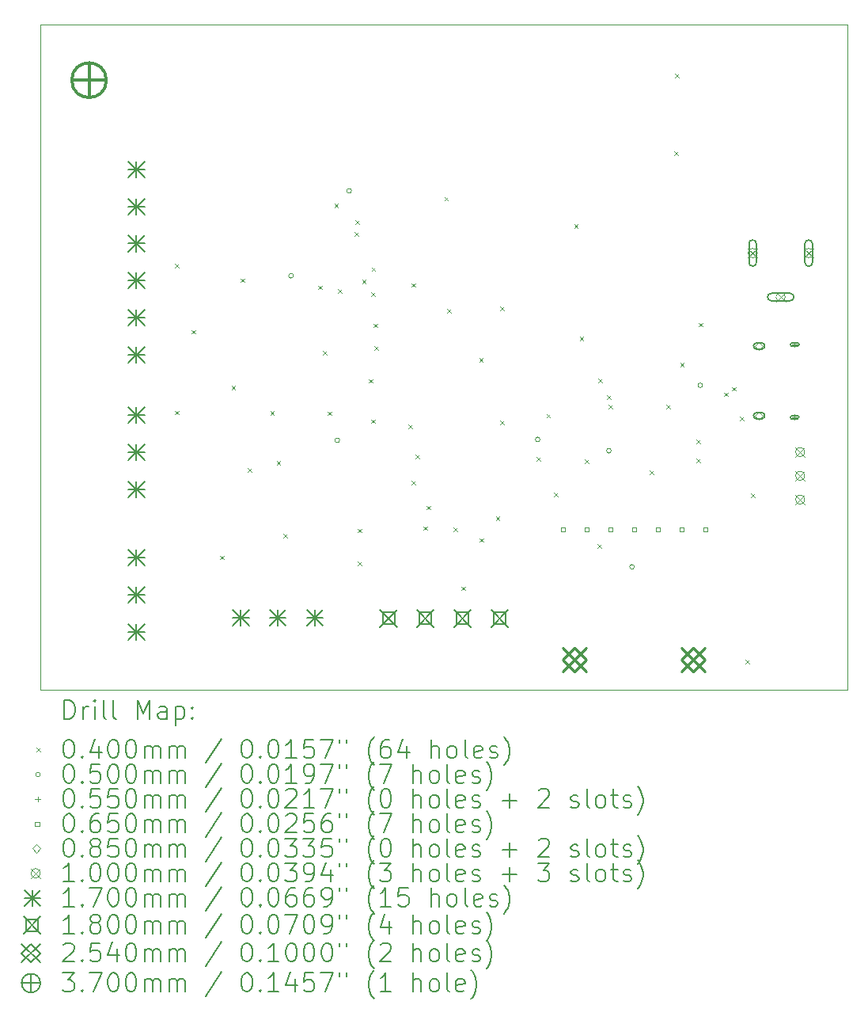
<source format=gbr>
%FSLAX45Y45*%
G04 Gerber Fmt 4.5, Leading zero omitted, Abs format (unit mm)*
G04 Created by KiCad (PCBNEW 6.0.2+dfsg-1) date 2022-10-25 22:15:01*
%MOMM*%
%LPD*%
G01*
G04 APERTURE LIST*
%TA.AperFunction,Profile*%
%ADD10C,0.050000*%
%TD*%
%ADD11C,0.200000*%
%ADD12C,0.040000*%
%ADD13C,0.050000*%
%ADD14C,0.055000*%
%ADD15C,0.065000*%
%ADD16C,0.085000*%
%ADD17C,0.100000*%
%ADD18C,0.170000*%
%ADD19C,0.180000*%
%ADD20C,0.254000*%
%ADD21C,0.370000*%
G04 APERTURE END LIST*
D10*
X10922000Y-11176000D02*
X2540000Y-11176000D01*
X2286000Y-4064000D02*
X10922000Y-4064000D01*
X2540000Y-11176000D02*
X2286000Y-11176000D01*
X10922000Y-4064000D02*
X10922000Y-11176000D01*
X2286000Y-11176000D02*
X2286000Y-4064000D01*
D11*
D12*
X3723870Y-6621730D02*
X3763870Y-6661730D01*
X3763870Y-6621730D02*
X3723870Y-6661730D01*
X3723870Y-8194270D02*
X3763870Y-8234270D01*
X3763870Y-8194270D02*
X3723870Y-8234270D01*
X3905000Y-7330000D02*
X3945000Y-7370000D01*
X3945000Y-7330000D02*
X3905000Y-7370000D01*
X4209380Y-9744000D02*
X4249380Y-9784000D01*
X4249380Y-9744000D02*
X4209380Y-9784000D01*
X4330000Y-7930000D02*
X4370000Y-7970000D01*
X4370000Y-7930000D02*
X4330000Y-7970000D01*
X4430000Y-6780000D02*
X4470000Y-6820000D01*
X4470000Y-6780000D02*
X4430000Y-6820000D01*
X4505000Y-8805000D02*
X4545000Y-8845000D01*
X4545000Y-8805000D02*
X4505000Y-8845000D01*
X4745800Y-8198850D02*
X4785800Y-8238850D01*
X4785800Y-8198850D02*
X4745800Y-8238850D01*
X4811520Y-8733090D02*
X4851520Y-8773090D01*
X4851520Y-8733090D02*
X4811520Y-8773090D01*
X4887430Y-9508400D02*
X4927430Y-9548400D01*
X4927430Y-9508400D02*
X4887430Y-9548400D01*
X5255000Y-6855000D02*
X5295000Y-6895000D01*
X5295000Y-6855000D02*
X5255000Y-6895000D01*
X5305000Y-7555000D02*
X5345000Y-7595000D01*
X5345000Y-7555000D02*
X5305000Y-7595000D01*
X5361530Y-8203000D02*
X5401530Y-8243000D01*
X5401530Y-8203000D02*
X5361530Y-8243000D01*
X5430000Y-5980000D02*
X5470000Y-6020000D01*
X5470000Y-5980000D02*
X5430000Y-6020000D01*
X5467420Y-6891420D02*
X5507420Y-6931420D01*
X5507420Y-6891420D02*
X5467420Y-6931420D01*
X5649100Y-6283500D02*
X5689100Y-6323500D01*
X5689100Y-6283500D02*
X5649100Y-6323500D01*
X5657030Y-6156500D02*
X5697030Y-6196500D01*
X5697030Y-6156500D02*
X5657030Y-6196500D01*
X5680000Y-9455000D02*
X5720000Y-9495000D01*
X5720000Y-9455000D02*
X5680000Y-9495000D01*
X5680000Y-9805000D02*
X5720000Y-9845000D01*
X5720000Y-9805000D02*
X5680000Y-9845000D01*
X5727920Y-6791500D02*
X5767920Y-6831500D01*
X5767920Y-6791500D02*
X5727920Y-6831500D01*
X5798720Y-7854000D02*
X5838720Y-7894000D01*
X5838720Y-7854000D02*
X5798720Y-7894000D01*
X5823090Y-6926780D02*
X5863090Y-6966780D01*
X5863090Y-6926780D02*
X5823090Y-6966780D01*
X5825850Y-8286150D02*
X5865850Y-8326150D01*
X5865850Y-8286150D02*
X5825850Y-8326150D01*
X5827430Y-6662000D02*
X5867430Y-6702000D01*
X5867430Y-6662000D02*
X5827430Y-6702000D01*
X5847970Y-7262770D02*
X5887970Y-7302770D01*
X5887970Y-7262770D02*
X5847970Y-7302770D01*
X5855000Y-7505000D02*
X5895000Y-7545000D01*
X5895000Y-7505000D02*
X5855000Y-7545000D01*
X6219260Y-8339050D02*
X6259260Y-8379050D01*
X6259260Y-8339050D02*
X6219260Y-8379050D01*
X6255000Y-6830000D02*
X6295000Y-6870000D01*
X6295000Y-6830000D02*
X6255000Y-6870000D01*
X6258000Y-8945680D02*
X6298000Y-8985680D01*
X6298000Y-8945680D02*
X6258000Y-8985680D01*
X6299170Y-8662180D02*
X6339170Y-8702180D01*
X6339170Y-8662180D02*
X6299170Y-8702180D01*
X6380000Y-9430000D02*
X6420000Y-9470000D01*
X6420000Y-9430000D02*
X6380000Y-9470000D01*
X6415410Y-9209320D02*
X6455410Y-9249320D01*
X6455410Y-9209320D02*
X6415410Y-9249320D01*
X6607510Y-5907310D02*
X6647510Y-5947310D01*
X6647510Y-5907310D02*
X6607510Y-5947310D01*
X6638600Y-7103110D02*
X6678600Y-7143110D01*
X6678600Y-7103110D02*
X6638600Y-7143110D01*
X6706450Y-9441500D02*
X6746450Y-9481500D01*
X6746450Y-9441500D02*
X6706450Y-9481500D01*
X6788120Y-10073320D02*
X6828120Y-10113320D01*
X6828120Y-10073320D02*
X6788120Y-10113320D01*
X6980000Y-7630000D02*
X7020000Y-7670000D01*
X7020000Y-7630000D02*
X6980000Y-7670000D01*
X6985310Y-9557280D02*
X7025310Y-9597280D01*
X7025310Y-9557280D02*
X6985310Y-9597280D01*
X7158810Y-9324400D02*
X7198810Y-9364400D01*
X7198810Y-9324400D02*
X7158810Y-9364400D01*
X7204210Y-8298840D02*
X7244210Y-8338840D01*
X7244210Y-8298840D02*
X7204210Y-8338840D01*
X7205000Y-7080000D02*
X7245000Y-7120000D01*
X7245000Y-7080000D02*
X7205000Y-7120000D01*
X7594680Y-8691920D02*
X7634680Y-8731920D01*
X7634680Y-8691920D02*
X7594680Y-8731920D01*
X7698970Y-8226859D02*
X7738970Y-8266859D01*
X7738970Y-8226859D02*
X7698970Y-8266859D01*
X7778920Y-9067980D02*
X7818920Y-9107980D01*
X7818920Y-9067980D02*
X7778920Y-9107980D01*
X7996030Y-6199670D02*
X8036030Y-6239670D01*
X8036030Y-6199670D02*
X7996030Y-6239670D01*
X8055000Y-7405000D02*
X8095000Y-7445000D01*
X8095000Y-7405000D02*
X8055000Y-7445000D01*
X8108000Y-8714250D02*
X8148000Y-8754250D01*
X8148000Y-8714250D02*
X8108000Y-8754250D01*
X8243250Y-9620370D02*
X8283250Y-9660370D01*
X8283250Y-9620370D02*
X8243250Y-9660370D01*
X8252320Y-7852010D02*
X8292320Y-7892010D01*
X8292320Y-7852010D02*
X8252320Y-7892010D01*
X8346380Y-8031020D02*
X8386380Y-8071020D01*
X8386380Y-8031020D02*
X8346380Y-8071020D01*
X8366256Y-8128974D02*
X8406256Y-8168974D01*
X8406256Y-8128974D02*
X8366256Y-8168974D01*
X8805000Y-8830000D02*
X8845000Y-8870000D01*
X8845000Y-8830000D02*
X8805000Y-8870000D01*
X8981230Y-8127860D02*
X9021230Y-8167860D01*
X9021230Y-8127860D02*
X8981230Y-8167860D01*
X9069530Y-5420660D02*
X9109530Y-5460660D01*
X9109530Y-5420660D02*
X9069530Y-5460660D01*
X9072530Y-4588670D02*
X9112530Y-4628670D01*
X9112530Y-4588670D02*
X9072530Y-4628670D01*
X9130000Y-7680000D02*
X9170000Y-7720000D01*
X9170000Y-7680000D02*
X9130000Y-7720000D01*
X9301560Y-8504410D02*
X9341560Y-8544410D01*
X9341560Y-8504410D02*
X9301560Y-8544410D01*
X9301560Y-8704980D02*
X9341560Y-8744980D01*
X9341560Y-8704980D02*
X9301560Y-8744980D01*
X9330000Y-7255000D02*
X9370000Y-7295000D01*
X9370000Y-7255000D02*
X9330000Y-7295000D01*
X9601520Y-7999250D02*
X9641520Y-8039250D01*
X9641520Y-7999250D02*
X9601520Y-8039250D01*
X9686260Y-7938690D02*
X9726260Y-7978690D01*
X9726260Y-7938690D02*
X9686260Y-7978690D01*
X9771510Y-8256190D02*
X9811510Y-8296190D01*
X9811510Y-8256190D02*
X9771510Y-8296190D01*
X9830000Y-10855000D02*
X9870000Y-10895000D01*
X9870000Y-10855000D02*
X9830000Y-10895000D01*
X9887380Y-9079270D02*
X9927380Y-9119270D01*
X9927380Y-9079270D02*
X9887380Y-9119270D01*
D13*
X4991200Y-6750780D02*
G75*
G03*
X4991200Y-6750780I-25000J0D01*
G01*
X5486000Y-8509000D02*
G75*
G03*
X5486000Y-8509000I-25000J0D01*
G01*
X5613000Y-5842000D02*
G75*
G03*
X5613000Y-5842000I-25000J0D01*
G01*
X7630760Y-8499990D02*
G75*
G03*
X7630760Y-8499990I-25000J0D01*
G01*
X8392580Y-8621640D02*
G75*
G03*
X8392580Y-8621640I-25000J0D01*
G01*
X8639640Y-9863310D02*
G75*
G03*
X8639640Y-9863310I-25000J0D01*
G01*
X9370280Y-7922080D02*
G75*
G03*
X9370280Y-7922080I-25000J0D01*
G01*
D14*
X10355000Y-7459000D02*
X10355000Y-7514000D01*
X10327500Y-7486500D02*
X10382500Y-7486500D01*
D11*
X10322500Y-7504000D02*
X10387500Y-7504000D01*
X10322500Y-7469000D02*
X10387500Y-7469000D01*
X10387500Y-7504000D02*
G75*
G03*
X10387500Y-7469000I0J17500D01*
G01*
X10322500Y-7469000D02*
G75*
G03*
X10322500Y-7504000I0J-17500D01*
G01*
D14*
X10355000Y-8234000D02*
X10355000Y-8289000D01*
X10327500Y-8261500D02*
X10382500Y-8261500D01*
D11*
X10322500Y-8279000D02*
X10387500Y-8279000D01*
X10322500Y-8244000D02*
X10387500Y-8244000D01*
X10387500Y-8279000D02*
G75*
G03*
X10387500Y-8244000I0J17500D01*
G01*
X10322500Y-8244000D02*
G75*
G03*
X10322500Y-8279000I0J-17500D01*
G01*
D15*
X7896981Y-9484481D02*
X7896981Y-9438519D01*
X7851019Y-9438519D01*
X7851019Y-9484481D01*
X7896981Y-9484481D01*
X8150981Y-9484481D02*
X8150981Y-9438519D01*
X8105019Y-9438519D01*
X8105019Y-9484481D01*
X8150981Y-9484481D01*
X8404981Y-9484481D02*
X8404981Y-9438519D01*
X8359019Y-9438519D01*
X8359019Y-9484481D01*
X8404981Y-9484481D01*
X8658981Y-9484481D02*
X8658981Y-9438519D01*
X8613019Y-9438519D01*
X8613019Y-9484481D01*
X8658981Y-9484481D01*
X8912981Y-9484481D02*
X8912981Y-9438519D01*
X8867019Y-9438519D01*
X8867019Y-9484481D01*
X8912981Y-9484481D01*
X9166981Y-9484481D02*
X9166981Y-9438519D01*
X9121019Y-9438519D01*
X9121019Y-9484481D01*
X9166981Y-9484481D01*
X9420981Y-9484481D02*
X9420981Y-9438519D01*
X9375019Y-9438519D01*
X9375019Y-9484481D01*
X9420981Y-9484481D01*
D16*
X9975000Y-7544000D02*
X10017500Y-7501500D01*
X9975000Y-7459000D01*
X9932500Y-7501500D01*
X9975000Y-7544000D01*
D11*
X9947500Y-7534000D02*
X10002500Y-7534000D01*
X9947500Y-7469000D02*
X10002500Y-7469000D01*
X10002500Y-7534000D02*
G75*
G03*
X10002500Y-7469000I0J32500D01*
G01*
X9947500Y-7469000D02*
G75*
G03*
X9947500Y-7534000I0J-32500D01*
G01*
D16*
X9975000Y-8289000D02*
X10017500Y-8246500D01*
X9975000Y-8204000D01*
X9932500Y-8246500D01*
X9975000Y-8289000D01*
D11*
X9947500Y-8279000D02*
X10002500Y-8279000D01*
X9947500Y-8214000D02*
X10002500Y-8214000D01*
X10002500Y-8279000D02*
G75*
G03*
X10002500Y-8214000I0J32500D01*
G01*
X9947500Y-8214000D02*
G75*
G03*
X9947500Y-8279000I0J-32500D01*
G01*
D17*
X9856000Y-6458250D02*
X9956000Y-6558250D01*
X9956000Y-6458250D02*
X9856000Y-6558250D01*
X9956000Y-6508250D02*
G75*
G03*
X9956000Y-6508250I-50000J0D01*
G01*
D11*
X9866000Y-6408250D02*
X9866000Y-6608250D01*
X9946000Y-6408250D02*
X9946000Y-6608250D01*
X9866000Y-6608250D02*
G75*
G03*
X9946000Y-6608250I40000J0D01*
G01*
X9946000Y-6408250D02*
G75*
G03*
X9866000Y-6408250I-40000J0D01*
G01*
D17*
X10156000Y-6928250D02*
X10256000Y-7028250D01*
X10256000Y-6928250D02*
X10156000Y-7028250D01*
X10256000Y-6978250D02*
G75*
G03*
X10256000Y-6978250I-50000J0D01*
G01*
D11*
X10106000Y-7018250D02*
X10306000Y-7018250D01*
X10106000Y-6938250D02*
X10306000Y-6938250D01*
X10306000Y-7018250D02*
G75*
G03*
X10306000Y-6938250I0J40000D01*
G01*
X10106000Y-6938250D02*
G75*
G03*
X10106000Y-7018250I0J-40000D01*
G01*
D17*
X10364000Y-8586000D02*
X10464000Y-8686000D01*
X10464000Y-8586000D02*
X10364000Y-8686000D01*
X10464000Y-8636000D02*
G75*
G03*
X10464000Y-8636000I-50000J0D01*
G01*
X10364000Y-8840000D02*
X10464000Y-8940000D01*
X10464000Y-8840000D02*
X10364000Y-8940000D01*
X10464000Y-8890000D02*
G75*
G03*
X10464000Y-8890000I-50000J0D01*
G01*
X10364000Y-9094000D02*
X10464000Y-9194000D01*
X10464000Y-9094000D02*
X10364000Y-9194000D01*
X10464000Y-9144000D02*
G75*
G03*
X10464000Y-9144000I-50000J0D01*
G01*
X10456000Y-6458250D02*
X10556000Y-6558250D01*
X10556000Y-6458250D02*
X10456000Y-6558250D01*
X10556000Y-6508250D02*
G75*
G03*
X10556000Y-6508250I-50000J0D01*
G01*
D11*
X10466000Y-6408250D02*
X10466000Y-6608250D01*
X10546000Y-6408250D02*
X10546000Y-6608250D01*
X10466000Y-6608250D02*
G75*
G03*
X10546000Y-6608250I40000J0D01*
G01*
X10546000Y-6408250D02*
G75*
G03*
X10466000Y-6408250I-40000J0D01*
G01*
D18*
X3227500Y-5529000D02*
X3397500Y-5699000D01*
X3397500Y-5529000D02*
X3227500Y-5699000D01*
X3312500Y-5529000D02*
X3312500Y-5699000D01*
X3227500Y-5614000D02*
X3397500Y-5614000D01*
X3227500Y-5925000D02*
X3397500Y-6095000D01*
X3397500Y-5925000D02*
X3227500Y-6095000D01*
X3312500Y-5925000D02*
X3312500Y-6095000D01*
X3227500Y-6010000D02*
X3397500Y-6010000D01*
X3227500Y-6321000D02*
X3397500Y-6491000D01*
X3397500Y-6321000D02*
X3227500Y-6491000D01*
X3312500Y-6321000D02*
X3312500Y-6491000D01*
X3227500Y-6406000D02*
X3397500Y-6406000D01*
X3227500Y-6717000D02*
X3397500Y-6887000D01*
X3397500Y-6717000D02*
X3227500Y-6887000D01*
X3312500Y-6717000D02*
X3312500Y-6887000D01*
X3227500Y-6802000D02*
X3397500Y-6802000D01*
X3227500Y-7113000D02*
X3397500Y-7283000D01*
X3397500Y-7113000D02*
X3227500Y-7283000D01*
X3312500Y-7113000D02*
X3312500Y-7283000D01*
X3227500Y-7198000D02*
X3397500Y-7198000D01*
X3227500Y-7509000D02*
X3397500Y-7679000D01*
X3397500Y-7509000D02*
X3227500Y-7679000D01*
X3312500Y-7509000D02*
X3312500Y-7679000D01*
X3227500Y-7594000D02*
X3397500Y-7594000D01*
X3227500Y-8155000D02*
X3397500Y-8325000D01*
X3397500Y-8155000D02*
X3227500Y-8325000D01*
X3312500Y-8155000D02*
X3312500Y-8325000D01*
X3227500Y-8240000D02*
X3397500Y-8240000D01*
X3227500Y-8551000D02*
X3397500Y-8721000D01*
X3397500Y-8551000D02*
X3227500Y-8721000D01*
X3312500Y-8551000D02*
X3312500Y-8721000D01*
X3227500Y-8636000D02*
X3397500Y-8636000D01*
X3227500Y-8947000D02*
X3397500Y-9117000D01*
X3397500Y-8947000D02*
X3227500Y-9117000D01*
X3312500Y-8947000D02*
X3312500Y-9117000D01*
X3227500Y-9032000D02*
X3397500Y-9032000D01*
X3227500Y-9679000D02*
X3397500Y-9849000D01*
X3397500Y-9679000D02*
X3227500Y-9849000D01*
X3312500Y-9679000D02*
X3312500Y-9849000D01*
X3227500Y-9764000D02*
X3397500Y-9764000D01*
X3227500Y-10075000D02*
X3397500Y-10245000D01*
X3397500Y-10075000D02*
X3227500Y-10245000D01*
X3312500Y-10075000D02*
X3312500Y-10245000D01*
X3227500Y-10160000D02*
X3397500Y-10160000D01*
X3227500Y-10471000D02*
X3397500Y-10641000D01*
X3397500Y-10471000D02*
X3227500Y-10641000D01*
X3312500Y-10471000D02*
X3312500Y-10641000D01*
X3227500Y-10556000D02*
X3397500Y-10556000D01*
X4345000Y-10318500D02*
X4515000Y-10488500D01*
X4515000Y-10318500D02*
X4345000Y-10488500D01*
X4430000Y-10318500D02*
X4430000Y-10488500D01*
X4345000Y-10403500D02*
X4515000Y-10403500D01*
X4741000Y-10318500D02*
X4911000Y-10488500D01*
X4911000Y-10318500D02*
X4741000Y-10488500D01*
X4826000Y-10318500D02*
X4826000Y-10488500D01*
X4741000Y-10403500D02*
X4911000Y-10403500D01*
X5137000Y-10318500D02*
X5307000Y-10488500D01*
X5307000Y-10318500D02*
X5137000Y-10488500D01*
X5222000Y-10318500D02*
X5222000Y-10488500D01*
X5137000Y-10403500D02*
X5307000Y-10403500D01*
D19*
X5920000Y-10324000D02*
X6100000Y-10504000D01*
X6100000Y-10324000D02*
X5920000Y-10504000D01*
X6073640Y-10477640D02*
X6073640Y-10350360D01*
X5946360Y-10350360D01*
X5946360Y-10477640D01*
X6073640Y-10477640D01*
X6316000Y-10324000D02*
X6496000Y-10504000D01*
X6496000Y-10324000D02*
X6316000Y-10504000D01*
X6469640Y-10477640D02*
X6469640Y-10350360D01*
X6342360Y-10350360D01*
X6342360Y-10477640D01*
X6469640Y-10477640D01*
X6712000Y-10324000D02*
X6892000Y-10504000D01*
X6892000Y-10324000D02*
X6712000Y-10504000D01*
X6865640Y-10477640D02*
X6865640Y-10350360D01*
X6738360Y-10350360D01*
X6738360Y-10477640D01*
X6865640Y-10477640D01*
X7108000Y-10324000D02*
X7288000Y-10504000D01*
X7288000Y-10324000D02*
X7108000Y-10504000D01*
X7261640Y-10477640D02*
X7261640Y-10350360D01*
X7134360Y-10350360D01*
X7134360Y-10477640D01*
X7261640Y-10477640D01*
D20*
X7874000Y-10731500D02*
X8128000Y-10985500D01*
X8128000Y-10731500D02*
X7874000Y-10985500D01*
X8001000Y-10985500D02*
X8128000Y-10858500D01*
X8001000Y-10731500D01*
X7874000Y-10858500D01*
X8001000Y-10985500D01*
X9144000Y-10731500D02*
X9398000Y-10985500D01*
X9398000Y-10731500D02*
X9144000Y-10985500D01*
X9271000Y-10985500D02*
X9398000Y-10858500D01*
X9271000Y-10731500D01*
X9144000Y-10858500D01*
X9271000Y-10985500D01*
D21*
X2805000Y-4475000D02*
X2805000Y-4845000D01*
X2620000Y-4660000D02*
X2990000Y-4660000D01*
X2990000Y-4660000D02*
G75*
G03*
X2990000Y-4660000I-185000J0D01*
G01*
D11*
X2541119Y-11488976D02*
X2541119Y-11288976D01*
X2588738Y-11288976D01*
X2617310Y-11298500D01*
X2636357Y-11317548D01*
X2645881Y-11336595D01*
X2655405Y-11374690D01*
X2655405Y-11403262D01*
X2645881Y-11441357D01*
X2636357Y-11460405D01*
X2617310Y-11479452D01*
X2588738Y-11488976D01*
X2541119Y-11488976D01*
X2741119Y-11488976D02*
X2741119Y-11355643D01*
X2741119Y-11393738D02*
X2750643Y-11374690D01*
X2760167Y-11365167D01*
X2779214Y-11355643D01*
X2798262Y-11355643D01*
X2864928Y-11488976D02*
X2864928Y-11355643D01*
X2864928Y-11288976D02*
X2855405Y-11298500D01*
X2864928Y-11308024D01*
X2874452Y-11298500D01*
X2864928Y-11288976D01*
X2864928Y-11308024D01*
X2988738Y-11488976D02*
X2969690Y-11479452D01*
X2960167Y-11460405D01*
X2960167Y-11288976D01*
X3093500Y-11488976D02*
X3074452Y-11479452D01*
X3064928Y-11460405D01*
X3064928Y-11288976D01*
X3322071Y-11488976D02*
X3322071Y-11288976D01*
X3388738Y-11431833D01*
X3455405Y-11288976D01*
X3455405Y-11488976D01*
X3636357Y-11488976D02*
X3636357Y-11384214D01*
X3626833Y-11365167D01*
X3607786Y-11355643D01*
X3569690Y-11355643D01*
X3550643Y-11365167D01*
X3636357Y-11479452D02*
X3617309Y-11488976D01*
X3569690Y-11488976D01*
X3550643Y-11479452D01*
X3541119Y-11460405D01*
X3541119Y-11441357D01*
X3550643Y-11422309D01*
X3569690Y-11412786D01*
X3617309Y-11412786D01*
X3636357Y-11403262D01*
X3731595Y-11355643D02*
X3731595Y-11555643D01*
X3731595Y-11365167D02*
X3750643Y-11355643D01*
X3788738Y-11355643D01*
X3807786Y-11365167D01*
X3817309Y-11374690D01*
X3826833Y-11393738D01*
X3826833Y-11450881D01*
X3817309Y-11469928D01*
X3807786Y-11479452D01*
X3788738Y-11488976D01*
X3750643Y-11488976D01*
X3731595Y-11479452D01*
X3912548Y-11469928D02*
X3922071Y-11479452D01*
X3912548Y-11488976D01*
X3903024Y-11479452D01*
X3912548Y-11469928D01*
X3912548Y-11488976D01*
X3912548Y-11365167D02*
X3922071Y-11374690D01*
X3912548Y-11384214D01*
X3903024Y-11374690D01*
X3912548Y-11365167D01*
X3912548Y-11384214D01*
D12*
X2243500Y-11798500D02*
X2283500Y-11838500D01*
X2283500Y-11798500D02*
X2243500Y-11838500D01*
D11*
X2579214Y-11708976D02*
X2598262Y-11708976D01*
X2617310Y-11718500D01*
X2626833Y-11728024D01*
X2636357Y-11747071D01*
X2645881Y-11785167D01*
X2645881Y-11832786D01*
X2636357Y-11870881D01*
X2626833Y-11889928D01*
X2617310Y-11899452D01*
X2598262Y-11908976D01*
X2579214Y-11908976D01*
X2560167Y-11899452D01*
X2550643Y-11889928D01*
X2541119Y-11870881D01*
X2531595Y-11832786D01*
X2531595Y-11785167D01*
X2541119Y-11747071D01*
X2550643Y-11728024D01*
X2560167Y-11718500D01*
X2579214Y-11708976D01*
X2731595Y-11889928D02*
X2741119Y-11899452D01*
X2731595Y-11908976D01*
X2722071Y-11899452D01*
X2731595Y-11889928D01*
X2731595Y-11908976D01*
X2912548Y-11775643D02*
X2912548Y-11908976D01*
X2864928Y-11699452D02*
X2817309Y-11842309D01*
X2941119Y-11842309D01*
X3055405Y-11708976D02*
X3074452Y-11708976D01*
X3093500Y-11718500D01*
X3103024Y-11728024D01*
X3112548Y-11747071D01*
X3122071Y-11785167D01*
X3122071Y-11832786D01*
X3112548Y-11870881D01*
X3103024Y-11889928D01*
X3093500Y-11899452D01*
X3074452Y-11908976D01*
X3055405Y-11908976D01*
X3036357Y-11899452D01*
X3026833Y-11889928D01*
X3017309Y-11870881D01*
X3007786Y-11832786D01*
X3007786Y-11785167D01*
X3017309Y-11747071D01*
X3026833Y-11728024D01*
X3036357Y-11718500D01*
X3055405Y-11708976D01*
X3245881Y-11708976D02*
X3264928Y-11708976D01*
X3283976Y-11718500D01*
X3293500Y-11728024D01*
X3303024Y-11747071D01*
X3312548Y-11785167D01*
X3312548Y-11832786D01*
X3303024Y-11870881D01*
X3293500Y-11889928D01*
X3283976Y-11899452D01*
X3264928Y-11908976D01*
X3245881Y-11908976D01*
X3226833Y-11899452D01*
X3217309Y-11889928D01*
X3207786Y-11870881D01*
X3198262Y-11832786D01*
X3198262Y-11785167D01*
X3207786Y-11747071D01*
X3217309Y-11728024D01*
X3226833Y-11718500D01*
X3245881Y-11708976D01*
X3398262Y-11908976D02*
X3398262Y-11775643D01*
X3398262Y-11794690D02*
X3407786Y-11785167D01*
X3426833Y-11775643D01*
X3455405Y-11775643D01*
X3474452Y-11785167D01*
X3483976Y-11804214D01*
X3483976Y-11908976D01*
X3483976Y-11804214D02*
X3493500Y-11785167D01*
X3512548Y-11775643D01*
X3541119Y-11775643D01*
X3560167Y-11785167D01*
X3569690Y-11804214D01*
X3569690Y-11908976D01*
X3664928Y-11908976D02*
X3664928Y-11775643D01*
X3664928Y-11794690D02*
X3674452Y-11785167D01*
X3693500Y-11775643D01*
X3722071Y-11775643D01*
X3741119Y-11785167D01*
X3750643Y-11804214D01*
X3750643Y-11908976D01*
X3750643Y-11804214D02*
X3760167Y-11785167D01*
X3779214Y-11775643D01*
X3807786Y-11775643D01*
X3826833Y-11785167D01*
X3836357Y-11804214D01*
X3836357Y-11908976D01*
X4226833Y-11699452D02*
X4055405Y-11956595D01*
X4483976Y-11708976D02*
X4503024Y-11708976D01*
X4522071Y-11718500D01*
X4531595Y-11728024D01*
X4541119Y-11747071D01*
X4550643Y-11785167D01*
X4550643Y-11832786D01*
X4541119Y-11870881D01*
X4531595Y-11889928D01*
X4522071Y-11899452D01*
X4503024Y-11908976D01*
X4483976Y-11908976D01*
X4464929Y-11899452D01*
X4455405Y-11889928D01*
X4445881Y-11870881D01*
X4436357Y-11832786D01*
X4436357Y-11785167D01*
X4445881Y-11747071D01*
X4455405Y-11728024D01*
X4464929Y-11718500D01*
X4483976Y-11708976D01*
X4636357Y-11889928D02*
X4645881Y-11899452D01*
X4636357Y-11908976D01*
X4626833Y-11899452D01*
X4636357Y-11889928D01*
X4636357Y-11908976D01*
X4769690Y-11708976D02*
X4788738Y-11708976D01*
X4807786Y-11718500D01*
X4817310Y-11728024D01*
X4826833Y-11747071D01*
X4836357Y-11785167D01*
X4836357Y-11832786D01*
X4826833Y-11870881D01*
X4817310Y-11889928D01*
X4807786Y-11899452D01*
X4788738Y-11908976D01*
X4769690Y-11908976D01*
X4750643Y-11899452D01*
X4741119Y-11889928D01*
X4731595Y-11870881D01*
X4722071Y-11832786D01*
X4722071Y-11785167D01*
X4731595Y-11747071D01*
X4741119Y-11728024D01*
X4750643Y-11718500D01*
X4769690Y-11708976D01*
X5026833Y-11908976D02*
X4912548Y-11908976D01*
X4969690Y-11908976D02*
X4969690Y-11708976D01*
X4950643Y-11737548D01*
X4931595Y-11756595D01*
X4912548Y-11766119D01*
X5207786Y-11708976D02*
X5112548Y-11708976D01*
X5103024Y-11804214D01*
X5112548Y-11794690D01*
X5131595Y-11785167D01*
X5179214Y-11785167D01*
X5198262Y-11794690D01*
X5207786Y-11804214D01*
X5217310Y-11823262D01*
X5217310Y-11870881D01*
X5207786Y-11889928D01*
X5198262Y-11899452D01*
X5179214Y-11908976D01*
X5131595Y-11908976D01*
X5112548Y-11899452D01*
X5103024Y-11889928D01*
X5283976Y-11708976D02*
X5417310Y-11708976D01*
X5331595Y-11908976D01*
X5483976Y-11708976D02*
X5483976Y-11747071D01*
X5560167Y-11708976D02*
X5560167Y-11747071D01*
X5855405Y-11985167D02*
X5845881Y-11975643D01*
X5826833Y-11947071D01*
X5817309Y-11928024D01*
X5807786Y-11899452D01*
X5798262Y-11851833D01*
X5798262Y-11813738D01*
X5807786Y-11766119D01*
X5817309Y-11737548D01*
X5826833Y-11718500D01*
X5845881Y-11689928D01*
X5855405Y-11680405D01*
X6017309Y-11708976D02*
X5979214Y-11708976D01*
X5960167Y-11718500D01*
X5950643Y-11728024D01*
X5931595Y-11756595D01*
X5922071Y-11794690D01*
X5922071Y-11870881D01*
X5931595Y-11889928D01*
X5941119Y-11899452D01*
X5960167Y-11908976D01*
X5998262Y-11908976D01*
X6017309Y-11899452D01*
X6026833Y-11889928D01*
X6036357Y-11870881D01*
X6036357Y-11823262D01*
X6026833Y-11804214D01*
X6017309Y-11794690D01*
X5998262Y-11785167D01*
X5960167Y-11785167D01*
X5941119Y-11794690D01*
X5931595Y-11804214D01*
X5922071Y-11823262D01*
X6207786Y-11775643D02*
X6207786Y-11908976D01*
X6160167Y-11699452D02*
X6112548Y-11842309D01*
X6236357Y-11842309D01*
X6464928Y-11908976D02*
X6464928Y-11708976D01*
X6550643Y-11908976D02*
X6550643Y-11804214D01*
X6541119Y-11785167D01*
X6522071Y-11775643D01*
X6493500Y-11775643D01*
X6474452Y-11785167D01*
X6464928Y-11794690D01*
X6674452Y-11908976D02*
X6655405Y-11899452D01*
X6645881Y-11889928D01*
X6636357Y-11870881D01*
X6636357Y-11813738D01*
X6645881Y-11794690D01*
X6655405Y-11785167D01*
X6674452Y-11775643D01*
X6703024Y-11775643D01*
X6722071Y-11785167D01*
X6731595Y-11794690D01*
X6741119Y-11813738D01*
X6741119Y-11870881D01*
X6731595Y-11889928D01*
X6722071Y-11899452D01*
X6703024Y-11908976D01*
X6674452Y-11908976D01*
X6855405Y-11908976D02*
X6836357Y-11899452D01*
X6826833Y-11880405D01*
X6826833Y-11708976D01*
X7007786Y-11899452D02*
X6988738Y-11908976D01*
X6950643Y-11908976D01*
X6931595Y-11899452D01*
X6922071Y-11880405D01*
X6922071Y-11804214D01*
X6931595Y-11785167D01*
X6950643Y-11775643D01*
X6988738Y-11775643D01*
X7007786Y-11785167D01*
X7017309Y-11804214D01*
X7017309Y-11823262D01*
X6922071Y-11842309D01*
X7093500Y-11899452D02*
X7112548Y-11908976D01*
X7150643Y-11908976D01*
X7169690Y-11899452D01*
X7179214Y-11880405D01*
X7179214Y-11870881D01*
X7169690Y-11851833D01*
X7150643Y-11842309D01*
X7122071Y-11842309D01*
X7103024Y-11832786D01*
X7093500Y-11813738D01*
X7093500Y-11804214D01*
X7103024Y-11785167D01*
X7122071Y-11775643D01*
X7150643Y-11775643D01*
X7169690Y-11785167D01*
X7245881Y-11985167D02*
X7255405Y-11975643D01*
X7274452Y-11947071D01*
X7283976Y-11928024D01*
X7293500Y-11899452D01*
X7303024Y-11851833D01*
X7303024Y-11813738D01*
X7293500Y-11766119D01*
X7283976Y-11737548D01*
X7274452Y-11718500D01*
X7255405Y-11689928D01*
X7245881Y-11680405D01*
D13*
X2283500Y-12082500D02*
G75*
G03*
X2283500Y-12082500I-25000J0D01*
G01*
D11*
X2579214Y-11972976D02*
X2598262Y-11972976D01*
X2617310Y-11982500D01*
X2626833Y-11992024D01*
X2636357Y-12011071D01*
X2645881Y-12049167D01*
X2645881Y-12096786D01*
X2636357Y-12134881D01*
X2626833Y-12153928D01*
X2617310Y-12163452D01*
X2598262Y-12172976D01*
X2579214Y-12172976D01*
X2560167Y-12163452D01*
X2550643Y-12153928D01*
X2541119Y-12134881D01*
X2531595Y-12096786D01*
X2531595Y-12049167D01*
X2541119Y-12011071D01*
X2550643Y-11992024D01*
X2560167Y-11982500D01*
X2579214Y-11972976D01*
X2731595Y-12153928D02*
X2741119Y-12163452D01*
X2731595Y-12172976D01*
X2722071Y-12163452D01*
X2731595Y-12153928D01*
X2731595Y-12172976D01*
X2922071Y-11972976D02*
X2826833Y-11972976D01*
X2817309Y-12068214D01*
X2826833Y-12058690D01*
X2845881Y-12049167D01*
X2893500Y-12049167D01*
X2912548Y-12058690D01*
X2922071Y-12068214D01*
X2931595Y-12087262D01*
X2931595Y-12134881D01*
X2922071Y-12153928D01*
X2912548Y-12163452D01*
X2893500Y-12172976D01*
X2845881Y-12172976D01*
X2826833Y-12163452D01*
X2817309Y-12153928D01*
X3055405Y-11972976D02*
X3074452Y-11972976D01*
X3093500Y-11982500D01*
X3103024Y-11992024D01*
X3112548Y-12011071D01*
X3122071Y-12049167D01*
X3122071Y-12096786D01*
X3112548Y-12134881D01*
X3103024Y-12153928D01*
X3093500Y-12163452D01*
X3074452Y-12172976D01*
X3055405Y-12172976D01*
X3036357Y-12163452D01*
X3026833Y-12153928D01*
X3017309Y-12134881D01*
X3007786Y-12096786D01*
X3007786Y-12049167D01*
X3017309Y-12011071D01*
X3026833Y-11992024D01*
X3036357Y-11982500D01*
X3055405Y-11972976D01*
X3245881Y-11972976D02*
X3264928Y-11972976D01*
X3283976Y-11982500D01*
X3293500Y-11992024D01*
X3303024Y-12011071D01*
X3312548Y-12049167D01*
X3312548Y-12096786D01*
X3303024Y-12134881D01*
X3293500Y-12153928D01*
X3283976Y-12163452D01*
X3264928Y-12172976D01*
X3245881Y-12172976D01*
X3226833Y-12163452D01*
X3217309Y-12153928D01*
X3207786Y-12134881D01*
X3198262Y-12096786D01*
X3198262Y-12049167D01*
X3207786Y-12011071D01*
X3217309Y-11992024D01*
X3226833Y-11982500D01*
X3245881Y-11972976D01*
X3398262Y-12172976D02*
X3398262Y-12039643D01*
X3398262Y-12058690D02*
X3407786Y-12049167D01*
X3426833Y-12039643D01*
X3455405Y-12039643D01*
X3474452Y-12049167D01*
X3483976Y-12068214D01*
X3483976Y-12172976D01*
X3483976Y-12068214D02*
X3493500Y-12049167D01*
X3512548Y-12039643D01*
X3541119Y-12039643D01*
X3560167Y-12049167D01*
X3569690Y-12068214D01*
X3569690Y-12172976D01*
X3664928Y-12172976D02*
X3664928Y-12039643D01*
X3664928Y-12058690D02*
X3674452Y-12049167D01*
X3693500Y-12039643D01*
X3722071Y-12039643D01*
X3741119Y-12049167D01*
X3750643Y-12068214D01*
X3750643Y-12172976D01*
X3750643Y-12068214D02*
X3760167Y-12049167D01*
X3779214Y-12039643D01*
X3807786Y-12039643D01*
X3826833Y-12049167D01*
X3836357Y-12068214D01*
X3836357Y-12172976D01*
X4226833Y-11963452D02*
X4055405Y-12220595D01*
X4483976Y-11972976D02*
X4503024Y-11972976D01*
X4522071Y-11982500D01*
X4531595Y-11992024D01*
X4541119Y-12011071D01*
X4550643Y-12049167D01*
X4550643Y-12096786D01*
X4541119Y-12134881D01*
X4531595Y-12153928D01*
X4522071Y-12163452D01*
X4503024Y-12172976D01*
X4483976Y-12172976D01*
X4464929Y-12163452D01*
X4455405Y-12153928D01*
X4445881Y-12134881D01*
X4436357Y-12096786D01*
X4436357Y-12049167D01*
X4445881Y-12011071D01*
X4455405Y-11992024D01*
X4464929Y-11982500D01*
X4483976Y-11972976D01*
X4636357Y-12153928D02*
X4645881Y-12163452D01*
X4636357Y-12172976D01*
X4626833Y-12163452D01*
X4636357Y-12153928D01*
X4636357Y-12172976D01*
X4769690Y-11972976D02*
X4788738Y-11972976D01*
X4807786Y-11982500D01*
X4817310Y-11992024D01*
X4826833Y-12011071D01*
X4836357Y-12049167D01*
X4836357Y-12096786D01*
X4826833Y-12134881D01*
X4817310Y-12153928D01*
X4807786Y-12163452D01*
X4788738Y-12172976D01*
X4769690Y-12172976D01*
X4750643Y-12163452D01*
X4741119Y-12153928D01*
X4731595Y-12134881D01*
X4722071Y-12096786D01*
X4722071Y-12049167D01*
X4731595Y-12011071D01*
X4741119Y-11992024D01*
X4750643Y-11982500D01*
X4769690Y-11972976D01*
X5026833Y-12172976D02*
X4912548Y-12172976D01*
X4969690Y-12172976D02*
X4969690Y-11972976D01*
X4950643Y-12001548D01*
X4931595Y-12020595D01*
X4912548Y-12030119D01*
X5122071Y-12172976D02*
X5160167Y-12172976D01*
X5179214Y-12163452D01*
X5188738Y-12153928D01*
X5207786Y-12125357D01*
X5217310Y-12087262D01*
X5217310Y-12011071D01*
X5207786Y-11992024D01*
X5198262Y-11982500D01*
X5179214Y-11972976D01*
X5141119Y-11972976D01*
X5122071Y-11982500D01*
X5112548Y-11992024D01*
X5103024Y-12011071D01*
X5103024Y-12058690D01*
X5112548Y-12077738D01*
X5122071Y-12087262D01*
X5141119Y-12096786D01*
X5179214Y-12096786D01*
X5198262Y-12087262D01*
X5207786Y-12077738D01*
X5217310Y-12058690D01*
X5283976Y-11972976D02*
X5417310Y-11972976D01*
X5331595Y-12172976D01*
X5483976Y-11972976D02*
X5483976Y-12011071D01*
X5560167Y-11972976D02*
X5560167Y-12011071D01*
X5855405Y-12249167D02*
X5845881Y-12239643D01*
X5826833Y-12211071D01*
X5817309Y-12192024D01*
X5807786Y-12163452D01*
X5798262Y-12115833D01*
X5798262Y-12077738D01*
X5807786Y-12030119D01*
X5817309Y-12001548D01*
X5826833Y-11982500D01*
X5845881Y-11953928D01*
X5855405Y-11944405D01*
X5912548Y-11972976D02*
X6045881Y-11972976D01*
X5960167Y-12172976D01*
X6274452Y-12172976D02*
X6274452Y-11972976D01*
X6360167Y-12172976D02*
X6360167Y-12068214D01*
X6350643Y-12049167D01*
X6331595Y-12039643D01*
X6303024Y-12039643D01*
X6283976Y-12049167D01*
X6274452Y-12058690D01*
X6483976Y-12172976D02*
X6464928Y-12163452D01*
X6455405Y-12153928D01*
X6445881Y-12134881D01*
X6445881Y-12077738D01*
X6455405Y-12058690D01*
X6464928Y-12049167D01*
X6483976Y-12039643D01*
X6512548Y-12039643D01*
X6531595Y-12049167D01*
X6541119Y-12058690D01*
X6550643Y-12077738D01*
X6550643Y-12134881D01*
X6541119Y-12153928D01*
X6531595Y-12163452D01*
X6512548Y-12172976D01*
X6483976Y-12172976D01*
X6664928Y-12172976D02*
X6645881Y-12163452D01*
X6636357Y-12144405D01*
X6636357Y-11972976D01*
X6817309Y-12163452D02*
X6798262Y-12172976D01*
X6760167Y-12172976D01*
X6741119Y-12163452D01*
X6731595Y-12144405D01*
X6731595Y-12068214D01*
X6741119Y-12049167D01*
X6760167Y-12039643D01*
X6798262Y-12039643D01*
X6817309Y-12049167D01*
X6826833Y-12068214D01*
X6826833Y-12087262D01*
X6731595Y-12106309D01*
X6903024Y-12163452D02*
X6922071Y-12172976D01*
X6960167Y-12172976D01*
X6979214Y-12163452D01*
X6988738Y-12144405D01*
X6988738Y-12134881D01*
X6979214Y-12115833D01*
X6960167Y-12106309D01*
X6931595Y-12106309D01*
X6912548Y-12096786D01*
X6903024Y-12077738D01*
X6903024Y-12068214D01*
X6912548Y-12049167D01*
X6931595Y-12039643D01*
X6960167Y-12039643D01*
X6979214Y-12049167D01*
X7055405Y-12249167D02*
X7064928Y-12239643D01*
X7083976Y-12211071D01*
X7093500Y-12192024D01*
X7103024Y-12163452D01*
X7112548Y-12115833D01*
X7112548Y-12077738D01*
X7103024Y-12030119D01*
X7093500Y-12001548D01*
X7083976Y-11982500D01*
X7064928Y-11953928D01*
X7055405Y-11944405D01*
D14*
X2256000Y-12319000D02*
X2256000Y-12374000D01*
X2228500Y-12346500D02*
X2283500Y-12346500D01*
D11*
X2579214Y-12236976D02*
X2598262Y-12236976D01*
X2617310Y-12246500D01*
X2626833Y-12256024D01*
X2636357Y-12275071D01*
X2645881Y-12313167D01*
X2645881Y-12360786D01*
X2636357Y-12398881D01*
X2626833Y-12417928D01*
X2617310Y-12427452D01*
X2598262Y-12436976D01*
X2579214Y-12436976D01*
X2560167Y-12427452D01*
X2550643Y-12417928D01*
X2541119Y-12398881D01*
X2531595Y-12360786D01*
X2531595Y-12313167D01*
X2541119Y-12275071D01*
X2550643Y-12256024D01*
X2560167Y-12246500D01*
X2579214Y-12236976D01*
X2731595Y-12417928D02*
X2741119Y-12427452D01*
X2731595Y-12436976D01*
X2722071Y-12427452D01*
X2731595Y-12417928D01*
X2731595Y-12436976D01*
X2922071Y-12236976D02*
X2826833Y-12236976D01*
X2817309Y-12332214D01*
X2826833Y-12322690D01*
X2845881Y-12313167D01*
X2893500Y-12313167D01*
X2912548Y-12322690D01*
X2922071Y-12332214D01*
X2931595Y-12351262D01*
X2931595Y-12398881D01*
X2922071Y-12417928D01*
X2912548Y-12427452D01*
X2893500Y-12436976D01*
X2845881Y-12436976D01*
X2826833Y-12427452D01*
X2817309Y-12417928D01*
X3112548Y-12236976D02*
X3017309Y-12236976D01*
X3007786Y-12332214D01*
X3017309Y-12322690D01*
X3036357Y-12313167D01*
X3083976Y-12313167D01*
X3103024Y-12322690D01*
X3112548Y-12332214D01*
X3122071Y-12351262D01*
X3122071Y-12398881D01*
X3112548Y-12417928D01*
X3103024Y-12427452D01*
X3083976Y-12436976D01*
X3036357Y-12436976D01*
X3017309Y-12427452D01*
X3007786Y-12417928D01*
X3245881Y-12236976D02*
X3264928Y-12236976D01*
X3283976Y-12246500D01*
X3293500Y-12256024D01*
X3303024Y-12275071D01*
X3312548Y-12313167D01*
X3312548Y-12360786D01*
X3303024Y-12398881D01*
X3293500Y-12417928D01*
X3283976Y-12427452D01*
X3264928Y-12436976D01*
X3245881Y-12436976D01*
X3226833Y-12427452D01*
X3217309Y-12417928D01*
X3207786Y-12398881D01*
X3198262Y-12360786D01*
X3198262Y-12313167D01*
X3207786Y-12275071D01*
X3217309Y-12256024D01*
X3226833Y-12246500D01*
X3245881Y-12236976D01*
X3398262Y-12436976D02*
X3398262Y-12303643D01*
X3398262Y-12322690D02*
X3407786Y-12313167D01*
X3426833Y-12303643D01*
X3455405Y-12303643D01*
X3474452Y-12313167D01*
X3483976Y-12332214D01*
X3483976Y-12436976D01*
X3483976Y-12332214D02*
X3493500Y-12313167D01*
X3512548Y-12303643D01*
X3541119Y-12303643D01*
X3560167Y-12313167D01*
X3569690Y-12332214D01*
X3569690Y-12436976D01*
X3664928Y-12436976D02*
X3664928Y-12303643D01*
X3664928Y-12322690D02*
X3674452Y-12313167D01*
X3693500Y-12303643D01*
X3722071Y-12303643D01*
X3741119Y-12313167D01*
X3750643Y-12332214D01*
X3750643Y-12436976D01*
X3750643Y-12332214D02*
X3760167Y-12313167D01*
X3779214Y-12303643D01*
X3807786Y-12303643D01*
X3826833Y-12313167D01*
X3836357Y-12332214D01*
X3836357Y-12436976D01*
X4226833Y-12227452D02*
X4055405Y-12484595D01*
X4483976Y-12236976D02*
X4503024Y-12236976D01*
X4522071Y-12246500D01*
X4531595Y-12256024D01*
X4541119Y-12275071D01*
X4550643Y-12313167D01*
X4550643Y-12360786D01*
X4541119Y-12398881D01*
X4531595Y-12417928D01*
X4522071Y-12427452D01*
X4503024Y-12436976D01*
X4483976Y-12436976D01*
X4464929Y-12427452D01*
X4455405Y-12417928D01*
X4445881Y-12398881D01*
X4436357Y-12360786D01*
X4436357Y-12313167D01*
X4445881Y-12275071D01*
X4455405Y-12256024D01*
X4464929Y-12246500D01*
X4483976Y-12236976D01*
X4636357Y-12417928D02*
X4645881Y-12427452D01*
X4636357Y-12436976D01*
X4626833Y-12427452D01*
X4636357Y-12417928D01*
X4636357Y-12436976D01*
X4769690Y-12236976D02*
X4788738Y-12236976D01*
X4807786Y-12246500D01*
X4817310Y-12256024D01*
X4826833Y-12275071D01*
X4836357Y-12313167D01*
X4836357Y-12360786D01*
X4826833Y-12398881D01*
X4817310Y-12417928D01*
X4807786Y-12427452D01*
X4788738Y-12436976D01*
X4769690Y-12436976D01*
X4750643Y-12427452D01*
X4741119Y-12417928D01*
X4731595Y-12398881D01*
X4722071Y-12360786D01*
X4722071Y-12313167D01*
X4731595Y-12275071D01*
X4741119Y-12256024D01*
X4750643Y-12246500D01*
X4769690Y-12236976D01*
X4912548Y-12256024D02*
X4922071Y-12246500D01*
X4941119Y-12236976D01*
X4988738Y-12236976D01*
X5007786Y-12246500D01*
X5017310Y-12256024D01*
X5026833Y-12275071D01*
X5026833Y-12294119D01*
X5017310Y-12322690D01*
X4903024Y-12436976D01*
X5026833Y-12436976D01*
X5217310Y-12436976D02*
X5103024Y-12436976D01*
X5160167Y-12436976D02*
X5160167Y-12236976D01*
X5141119Y-12265548D01*
X5122071Y-12284595D01*
X5103024Y-12294119D01*
X5283976Y-12236976D02*
X5417310Y-12236976D01*
X5331595Y-12436976D01*
X5483976Y-12236976D02*
X5483976Y-12275071D01*
X5560167Y-12236976D02*
X5560167Y-12275071D01*
X5855405Y-12513167D02*
X5845881Y-12503643D01*
X5826833Y-12475071D01*
X5817309Y-12456024D01*
X5807786Y-12427452D01*
X5798262Y-12379833D01*
X5798262Y-12341738D01*
X5807786Y-12294119D01*
X5817309Y-12265548D01*
X5826833Y-12246500D01*
X5845881Y-12217928D01*
X5855405Y-12208405D01*
X5969690Y-12236976D02*
X5988738Y-12236976D01*
X6007786Y-12246500D01*
X6017309Y-12256024D01*
X6026833Y-12275071D01*
X6036357Y-12313167D01*
X6036357Y-12360786D01*
X6026833Y-12398881D01*
X6017309Y-12417928D01*
X6007786Y-12427452D01*
X5988738Y-12436976D01*
X5969690Y-12436976D01*
X5950643Y-12427452D01*
X5941119Y-12417928D01*
X5931595Y-12398881D01*
X5922071Y-12360786D01*
X5922071Y-12313167D01*
X5931595Y-12275071D01*
X5941119Y-12256024D01*
X5950643Y-12246500D01*
X5969690Y-12236976D01*
X6274452Y-12436976D02*
X6274452Y-12236976D01*
X6360167Y-12436976D02*
X6360167Y-12332214D01*
X6350643Y-12313167D01*
X6331595Y-12303643D01*
X6303024Y-12303643D01*
X6283976Y-12313167D01*
X6274452Y-12322690D01*
X6483976Y-12436976D02*
X6464928Y-12427452D01*
X6455405Y-12417928D01*
X6445881Y-12398881D01*
X6445881Y-12341738D01*
X6455405Y-12322690D01*
X6464928Y-12313167D01*
X6483976Y-12303643D01*
X6512548Y-12303643D01*
X6531595Y-12313167D01*
X6541119Y-12322690D01*
X6550643Y-12341738D01*
X6550643Y-12398881D01*
X6541119Y-12417928D01*
X6531595Y-12427452D01*
X6512548Y-12436976D01*
X6483976Y-12436976D01*
X6664928Y-12436976D02*
X6645881Y-12427452D01*
X6636357Y-12408405D01*
X6636357Y-12236976D01*
X6817309Y-12427452D02*
X6798262Y-12436976D01*
X6760167Y-12436976D01*
X6741119Y-12427452D01*
X6731595Y-12408405D01*
X6731595Y-12332214D01*
X6741119Y-12313167D01*
X6760167Y-12303643D01*
X6798262Y-12303643D01*
X6817309Y-12313167D01*
X6826833Y-12332214D01*
X6826833Y-12351262D01*
X6731595Y-12370309D01*
X6903024Y-12427452D02*
X6922071Y-12436976D01*
X6960167Y-12436976D01*
X6979214Y-12427452D01*
X6988738Y-12408405D01*
X6988738Y-12398881D01*
X6979214Y-12379833D01*
X6960167Y-12370309D01*
X6931595Y-12370309D01*
X6912548Y-12360786D01*
X6903024Y-12341738D01*
X6903024Y-12332214D01*
X6912548Y-12313167D01*
X6931595Y-12303643D01*
X6960167Y-12303643D01*
X6979214Y-12313167D01*
X7226833Y-12360786D02*
X7379214Y-12360786D01*
X7303024Y-12436976D02*
X7303024Y-12284595D01*
X7617309Y-12256024D02*
X7626833Y-12246500D01*
X7645881Y-12236976D01*
X7693500Y-12236976D01*
X7712548Y-12246500D01*
X7722071Y-12256024D01*
X7731595Y-12275071D01*
X7731595Y-12294119D01*
X7722071Y-12322690D01*
X7607786Y-12436976D01*
X7731595Y-12436976D01*
X7960167Y-12427452D02*
X7979214Y-12436976D01*
X8017309Y-12436976D01*
X8036357Y-12427452D01*
X8045881Y-12408405D01*
X8045881Y-12398881D01*
X8036357Y-12379833D01*
X8017309Y-12370309D01*
X7988738Y-12370309D01*
X7969690Y-12360786D01*
X7960167Y-12341738D01*
X7960167Y-12332214D01*
X7969690Y-12313167D01*
X7988738Y-12303643D01*
X8017309Y-12303643D01*
X8036357Y-12313167D01*
X8160167Y-12436976D02*
X8141119Y-12427452D01*
X8131595Y-12408405D01*
X8131595Y-12236976D01*
X8264928Y-12436976D02*
X8245881Y-12427452D01*
X8236357Y-12417928D01*
X8226833Y-12398881D01*
X8226833Y-12341738D01*
X8236357Y-12322690D01*
X8245881Y-12313167D01*
X8264928Y-12303643D01*
X8293500Y-12303643D01*
X8312548Y-12313167D01*
X8322071Y-12322690D01*
X8331595Y-12341738D01*
X8331595Y-12398881D01*
X8322071Y-12417928D01*
X8312548Y-12427452D01*
X8293500Y-12436976D01*
X8264928Y-12436976D01*
X8388738Y-12303643D02*
X8464929Y-12303643D01*
X8417310Y-12236976D02*
X8417310Y-12408405D01*
X8426833Y-12427452D01*
X8445881Y-12436976D01*
X8464929Y-12436976D01*
X8522071Y-12427452D02*
X8541119Y-12436976D01*
X8579214Y-12436976D01*
X8598262Y-12427452D01*
X8607786Y-12408405D01*
X8607786Y-12398881D01*
X8598262Y-12379833D01*
X8579214Y-12370309D01*
X8550643Y-12370309D01*
X8531595Y-12360786D01*
X8522071Y-12341738D01*
X8522071Y-12332214D01*
X8531595Y-12313167D01*
X8550643Y-12303643D01*
X8579214Y-12303643D01*
X8598262Y-12313167D01*
X8674452Y-12513167D02*
X8683976Y-12503643D01*
X8703024Y-12475071D01*
X8712548Y-12456024D01*
X8722071Y-12427452D01*
X8731595Y-12379833D01*
X8731595Y-12341738D01*
X8722071Y-12294119D01*
X8712548Y-12265548D01*
X8703024Y-12246500D01*
X8683976Y-12217928D01*
X8674452Y-12208405D01*
D15*
X2273981Y-12633481D02*
X2273981Y-12587519D01*
X2228019Y-12587519D01*
X2228019Y-12633481D01*
X2273981Y-12633481D01*
D11*
X2579214Y-12500976D02*
X2598262Y-12500976D01*
X2617310Y-12510500D01*
X2626833Y-12520024D01*
X2636357Y-12539071D01*
X2645881Y-12577167D01*
X2645881Y-12624786D01*
X2636357Y-12662881D01*
X2626833Y-12681928D01*
X2617310Y-12691452D01*
X2598262Y-12700976D01*
X2579214Y-12700976D01*
X2560167Y-12691452D01*
X2550643Y-12681928D01*
X2541119Y-12662881D01*
X2531595Y-12624786D01*
X2531595Y-12577167D01*
X2541119Y-12539071D01*
X2550643Y-12520024D01*
X2560167Y-12510500D01*
X2579214Y-12500976D01*
X2731595Y-12681928D02*
X2741119Y-12691452D01*
X2731595Y-12700976D01*
X2722071Y-12691452D01*
X2731595Y-12681928D01*
X2731595Y-12700976D01*
X2912548Y-12500976D02*
X2874452Y-12500976D01*
X2855405Y-12510500D01*
X2845881Y-12520024D01*
X2826833Y-12548595D01*
X2817309Y-12586690D01*
X2817309Y-12662881D01*
X2826833Y-12681928D01*
X2836357Y-12691452D01*
X2855405Y-12700976D01*
X2893500Y-12700976D01*
X2912548Y-12691452D01*
X2922071Y-12681928D01*
X2931595Y-12662881D01*
X2931595Y-12615262D01*
X2922071Y-12596214D01*
X2912548Y-12586690D01*
X2893500Y-12577167D01*
X2855405Y-12577167D01*
X2836357Y-12586690D01*
X2826833Y-12596214D01*
X2817309Y-12615262D01*
X3112548Y-12500976D02*
X3017309Y-12500976D01*
X3007786Y-12596214D01*
X3017309Y-12586690D01*
X3036357Y-12577167D01*
X3083976Y-12577167D01*
X3103024Y-12586690D01*
X3112548Y-12596214D01*
X3122071Y-12615262D01*
X3122071Y-12662881D01*
X3112548Y-12681928D01*
X3103024Y-12691452D01*
X3083976Y-12700976D01*
X3036357Y-12700976D01*
X3017309Y-12691452D01*
X3007786Y-12681928D01*
X3245881Y-12500976D02*
X3264928Y-12500976D01*
X3283976Y-12510500D01*
X3293500Y-12520024D01*
X3303024Y-12539071D01*
X3312548Y-12577167D01*
X3312548Y-12624786D01*
X3303024Y-12662881D01*
X3293500Y-12681928D01*
X3283976Y-12691452D01*
X3264928Y-12700976D01*
X3245881Y-12700976D01*
X3226833Y-12691452D01*
X3217309Y-12681928D01*
X3207786Y-12662881D01*
X3198262Y-12624786D01*
X3198262Y-12577167D01*
X3207786Y-12539071D01*
X3217309Y-12520024D01*
X3226833Y-12510500D01*
X3245881Y-12500976D01*
X3398262Y-12700976D02*
X3398262Y-12567643D01*
X3398262Y-12586690D02*
X3407786Y-12577167D01*
X3426833Y-12567643D01*
X3455405Y-12567643D01*
X3474452Y-12577167D01*
X3483976Y-12596214D01*
X3483976Y-12700976D01*
X3483976Y-12596214D02*
X3493500Y-12577167D01*
X3512548Y-12567643D01*
X3541119Y-12567643D01*
X3560167Y-12577167D01*
X3569690Y-12596214D01*
X3569690Y-12700976D01*
X3664928Y-12700976D02*
X3664928Y-12567643D01*
X3664928Y-12586690D02*
X3674452Y-12577167D01*
X3693500Y-12567643D01*
X3722071Y-12567643D01*
X3741119Y-12577167D01*
X3750643Y-12596214D01*
X3750643Y-12700976D01*
X3750643Y-12596214D02*
X3760167Y-12577167D01*
X3779214Y-12567643D01*
X3807786Y-12567643D01*
X3826833Y-12577167D01*
X3836357Y-12596214D01*
X3836357Y-12700976D01*
X4226833Y-12491452D02*
X4055405Y-12748595D01*
X4483976Y-12500976D02*
X4503024Y-12500976D01*
X4522071Y-12510500D01*
X4531595Y-12520024D01*
X4541119Y-12539071D01*
X4550643Y-12577167D01*
X4550643Y-12624786D01*
X4541119Y-12662881D01*
X4531595Y-12681928D01*
X4522071Y-12691452D01*
X4503024Y-12700976D01*
X4483976Y-12700976D01*
X4464929Y-12691452D01*
X4455405Y-12681928D01*
X4445881Y-12662881D01*
X4436357Y-12624786D01*
X4436357Y-12577167D01*
X4445881Y-12539071D01*
X4455405Y-12520024D01*
X4464929Y-12510500D01*
X4483976Y-12500976D01*
X4636357Y-12681928D02*
X4645881Y-12691452D01*
X4636357Y-12700976D01*
X4626833Y-12691452D01*
X4636357Y-12681928D01*
X4636357Y-12700976D01*
X4769690Y-12500976D02*
X4788738Y-12500976D01*
X4807786Y-12510500D01*
X4817310Y-12520024D01*
X4826833Y-12539071D01*
X4836357Y-12577167D01*
X4836357Y-12624786D01*
X4826833Y-12662881D01*
X4817310Y-12681928D01*
X4807786Y-12691452D01*
X4788738Y-12700976D01*
X4769690Y-12700976D01*
X4750643Y-12691452D01*
X4741119Y-12681928D01*
X4731595Y-12662881D01*
X4722071Y-12624786D01*
X4722071Y-12577167D01*
X4731595Y-12539071D01*
X4741119Y-12520024D01*
X4750643Y-12510500D01*
X4769690Y-12500976D01*
X4912548Y-12520024D02*
X4922071Y-12510500D01*
X4941119Y-12500976D01*
X4988738Y-12500976D01*
X5007786Y-12510500D01*
X5017310Y-12520024D01*
X5026833Y-12539071D01*
X5026833Y-12558119D01*
X5017310Y-12586690D01*
X4903024Y-12700976D01*
X5026833Y-12700976D01*
X5207786Y-12500976D02*
X5112548Y-12500976D01*
X5103024Y-12596214D01*
X5112548Y-12586690D01*
X5131595Y-12577167D01*
X5179214Y-12577167D01*
X5198262Y-12586690D01*
X5207786Y-12596214D01*
X5217310Y-12615262D01*
X5217310Y-12662881D01*
X5207786Y-12681928D01*
X5198262Y-12691452D01*
X5179214Y-12700976D01*
X5131595Y-12700976D01*
X5112548Y-12691452D01*
X5103024Y-12681928D01*
X5388738Y-12500976D02*
X5350643Y-12500976D01*
X5331595Y-12510500D01*
X5322071Y-12520024D01*
X5303024Y-12548595D01*
X5293500Y-12586690D01*
X5293500Y-12662881D01*
X5303024Y-12681928D01*
X5312548Y-12691452D01*
X5331595Y-12700976D01*
X5369690Y-12700976D01*
X5388738Y-12691452D01*
X5398262Y-12681928D01*
X5407786Y-12662881D01*
X5407786Y-12615262D01*
X5398262Y-12596214D01*
X5388738Y-12586690D01*
X5369690Y-12577167D01*
X5331595Y-12577167D01*
X5312548Y-12586690D01*
X5303024Y-12596214D01*
X5293500Y-12615262D01*
X5483976Y-12500976D02*
X5483976Y-12539071D01*
X5560167Y-12500976D02*
X5560167Y-12539071D01*
X5855405Y-12777167D02*
X5845881Y-12767643D01*
X5826833Y-12739071D01*
X5817309Y-12720024D01*
X5807786Y-12691452D01*
X5798262Y-12643833D01*
X5798262Y-12605738D01*
X5807786Y-12558119D01*
X5817309Y-12529548D01*
X5826833Y-12510500D01*
X5845881Y-12481928D01*
X5855405Y-12472405D01*
X5912548Y-12500976D02*
X6045881Y-12500976D01*
X5960167Y-12700976D01*
X6274452Y-12700976D02*
X6274452Y-12500976D01*
X6360167Y-12700976D02*
X6360167Y-12596214D01*
X6350643Y-12577167D01*
X6331595Y-12567643D01*
X6303024Y-12567643D01*
X6283976Y-12577167D01*
X6274452Y-12586690D01*
X6483976Y-12700976D02*
X6464928Y-12691452D01*
X6455405Y-12681928D01*
X6445881Y-12662881D01*
X6445881Y-12605738D01*
X6455405Y-12586690D01*
X6464928Y-12577167D01*
X6483976Y-12567643D01*
X6512548Y-12567643D01*
X6531595Y-12577167D01*
X6541119Y-12586690D01*
X6550643Y-12605738D01*
X6550643Y-12662881D01*
X6541119Y-12681928D01*
X6531595Y-12691452D01*
X6512548Y-12700976D01*
X6483976Y-12700976D01*
X6664928Y-12700976D02*
X6645881Y-12691452D01*
X6636357Y-12672405D01*
X6636357Y-12500976D01*
X6817309Y-12691452D02*
X6798262Y-12700976D01*
X6760167Y-12700976D01*
X6741119Y-12691452D01*
X6731595Y-12672405D01*
X6731595Y-12596214D01*
X6741119Y-12577167D01*
X6760167Y-12567643D01*
X6798262Y-12567643D01*
X6817309Y-12577167D01*
X6826833Y-12596214D01*
X6826833Y-12615262D01*
X6731595Y-12634309D01*
X6903024Y-12691452D02*
X6922071Y-12700976D01*
X6960167Y-12700976D01*
X6979214Y-12691452D01*
X6988738Y-12672405D01*
X6988738Y-12662881D01*
X6979214Y-12643833D01*
X6960167Y-12634309D01*
X6931595Y-12634309D01*
X6912548Y-12624786D01*
X6903024Y-12605738D01*
X6903024Y-12596214D01*
X6912548Y-12577167D01*
X6931595Y-12567643D01*
X6960167Y-12567643D01*
X6979214Y-12577167D01*
X7055405Y-12777167D02*
X7064928Y-12767643D01*
X7083976Y-12739071D01*
X7093500Y-12720024D01*
X7103024Y-12691452D01*
X7112548Y-12643833D01*
X7112548Y-12605738D01*
X7103024Y-12558119D01*
X7093500Y-12529548D01*
X7083976Y-12510500D01*
X7064928Y-12481928D01*
X7055405Y-12472405D01*
D16*
X2241000Y-12917000D02*
X2283500Y-12874500D01*
X2241000Y-12832000D01*
X2198500Y-12874500D01*
X2241000Y-12917000D01*
D11*
X2579214Y-12764976D02*
X2598262Y-12764976D01*
X2617310Y-12774500D01*
X2626833Y-12784024D01*
X2636357Y-12803071D01*
X2645881Y-12841167D01*
X2645881Y-12888786D01*
X2636357Y-12926881D01*
X2626833Y-12945928D01*
X2617310Y-12955452D01*
X2598262Y-12964976D01*
X2579214Y-12964976D01*
X2560167Y-12955452D01*
X2550643Y-12945928D01*
X2541119Y-12926881D01*
X2531595Y-12888786D01*
X2531595Y-12841167D01*
X2541119Y-12803071D01*
X2550643Y-12784024D01*
X2560167Y-12774500D01*
X2579214Y-12764976D01*
X2731595Y-12945928D02*
X2741119Y-12955452D01*
X2731595Y-12964976D01*
X2722071Y-12955452D01*
X2731595Y-12945928D01*
X2731595Y-12964976D01*
X2855405Y-12850690D02*
X2836357Y-12841167D01*
X2826833Y-12831643D01*
X2817309Y-12812595D01*
X2817309Y-12803071D01*
X2826833Y-12784024D01*
X2836357Y-12774500D01*
X2855405Y-12764976D01*
X2893500Y-12764976D01*
X2912548Y-12774500D01*
X2922071Y-12784024D01*
X2931595Y-12803071D01*
X2931595Y-12812595D01*
X2922071Y-12831643D01*
X2912548Y-12841167D01*
X2893500Y-12850690D01*
X2855405Y-12850690D01*
X2836357Y-12860214D01*
X2826833Y-12869738D01*
X2817309Y-12888786D01*
X2817309Y-12926881D01*
X2826833Y-12945928D01*
X2836357Y-12955452D01*
X2855405Y-12964976D01*
X2893500Y-12964976D01*
X2912548Y-12955452D01*
X2922071Y-12945928D01*
X2931595Y-12926881D01*
X2931595Y-12888786D01*
X2922071Y-12869738D01*
X2912548Y-12860214D01*
X2893500Y-12850690D01*
X3112548Y-12764976D02*
X3017309Y-12764976D01*
X3007786Y-12860214D01*
X3017309Y-12850690D01*
X3036357Y-12841167D01*
X3083976Y-12841167D01*
X3103024Y-12850690D01*
X3112548Y-12860214D01*
X3122071Y-12879262D01*
X3122071Y-12926881D01*
X3112548Y-12945928D01*
X3103024Y-12955452D01*
X3083976Y-12964976D01*
X3036357Y-12964976D01*
X3017309Y-12955452D01*
X3007786Y-12945928D01*
X3245881Y-12764976D02*
X3264928Y-12764976D01*
X3283976Y-12774500D01*
X3293500Y-12784024D01*
X3303024Y-12803071D01*
X3312548Y-12841167D01*
X3312548Y-12888786D01*
X3303024Y-12926881D01*
X3293500Y-12945928D01*
X3283976Y-12955452D01*
X3264928Y-12964976D01*
X3245881Y-12964976D01*
X3226833Y-12955452D01*
X3217309Y-12945928D01*
X3207786Y-12926881D01*
X3198262Y-12888786D01*
X3198262Y-12841167D01*
X3207786Y-12803071D01*
X3217309Y-12784024D01*
X3226833Y-12774500D01*
X3245881Y-12764976D01*
X3398262Y-12964976D02*
X3398262Y-12831643D01*
X3398262Y-12850690D02*
X3407786Y-12841167D01*
X3426833Y-12831643D01*
X3455405Y-12831643D01*
X3474452Y-12841167D01*
X3483976Y-12860214D01*
X3483976Y-12964976D01*
X3483976Y-12860214D02*
X3493500Y-12841167D01*
X3512548Y-12831643D01*
X3541119Y-12831643D01*
X3560167Y-12841167D01*
X3569690Y-12860214D01*
X3569690Y-12964976D01*
X3664928Y-12964976D02*
X3664928Y-12831643D01*
X3664928Y-12850690D02*
X3674452Y-12841167D01*
X3693500Y-12831643D01*
X3722071Y-12831643D01*
X3741119Y-12841167D01*
X3750643Y-12860214D01*
X3750643Y-12964976D01*
X3750643Y-12860214D02*
X3760167Y-12841167D01*
X3779214Y-12831643D01*
X3807786Y-12831643D01*
X3826833Y-12841167D01*
X3836357Y-12860214D01*
X3836357Y-12964976D01*
X4226833Y-12755452D02*
X4055405Y-13012595D01*
X4483976Y-12764976D02*
X4503024Y-12764976D01*
X4522071Y-12774500D01*
X4531595Y-12784024D01*
X4541119Y-12803071D01*
X4550643Y-12841167D01*
X4550643Y-12888786D01*
X4541119Y-12926881D01*
X4531595Y-12945928D01*
X4522071Y-12955452D01*
X4503024Y-12964976D01*
X4483976Y-12964976D01*
X4464929Y-12955452D01*
X4455405Y-12945928D01*
X4445881Y-12926881D01*
X4436357Y-12888786D01*
X4436357Y-12841167D01*
X4445881Y-12803071D01*
X4455405Y-12784024D01*
X4464929Y-12774500D01*
X4483976Y-12764976D01*
X4636357Y-12945928D02*
X4645881Y-12955452D01*
X4636357Y-12964976D01*
X4626833Y-12955452D01*
X4636357Y-12945928D01*
X4636357Y-12964976D01*
X4769690Y-12764976D02*
X4788738Y-12764976D01*
X4807786Y-12774500D01*
X4817310Y-12784024D01*
X4826833Y-12803071D01*
X4836357Y-12841167D01*
X4836357Y-12888786D01*
X4826833Y-12926881D01*
X4817310Y-12945928D01*
X4807786Y-12955452D01*
X4788738Y-12964976D01*
X4769690Y-12964976D01*
X4750643Y-12955452D01*
X4741119Y-12945928D01*
X4731595Y-12926881D01*
X4722071Y-12888786D01*
X4722071Y-12841167D01*
X4731595Y-12803071D01*
X4741119Y-12784024D01*
X4750643Y-12774500D01*
X4769690Y-12764976D01*
X4903024Y-12764976D02*
X5026833Y-12764976D01*
X4960167Y-12841167D01*
X4988738Y-12841167D01*
X5007786Y-12850690D01*
X5017310Y-12860214D01*
X5026833Y-12879262D01*
X5026833Y-12926881D01*
X5017310Y-12945928D01*
X5007786Y-12955452D01*
X4988738Y-12964976D01*
X4931595Y-12964976D01*
X4912548Y-12955452D01*
X4903024Y-12945928D01*
X5093500Y-12764976D02*
X5217310Y-12764976D01*
X5150643Y-12841167D01*
X5179214Y-12841167D01*
X5198262Y-12850690D01*
X5207786Y-12860214D01*
X5217310Y-12879262D01*
X5217310Y-12926881D01*
X5207786Y-12945928D01*
X5198262Y-12955452D01*
X5179214Y-12964976D01*
X5122071Y-12964976D01*
X5103024Y-12955452D01*
X5093500Y-12945928D01*
X5398262Y-12764976D02*
X5303024Y-12764976D01*
X5293500Y-12860214D01*
X5303024Y-12850690D01*
X5322071Y-12841167D01*
X5369690Y-12841167D01*
X5388738Y-12850690D01*
X5398262Y-12860214D01*
X5407786Y-12879262D01*
X5407786Y-12926881D01*
X5398262Y-12945928D01*
X5388738Y-12955452D01*
X5369690Y-12964976D01*
X5322071Y-12964976D01*
X5303024Y-12955452D01*
X5293500Y-12945928D01*
X5483976Y-12764976D02*
X5483976Y-12803071D01*
X5560167Y-12764976D02*
X5560167Y-12803071D01*
X5855405Y-13041167D02*
X5845881Y-13031643D01*
X5826833Y-13003071D01*
X5817309Y-12984024D01*
X5807786Y-12955452D01*
X5798262Y-12907833D01*
X5798262Y-12869738D01*
X5807786Y-12822119D01*
X5817309Y-12793548D01*
X5826833Y-12774500D01*
X5845881Y-12745928D01*
X5855405Y-12736405D01*
X5969690Y-12764976D02*
X5988738Y-12764976D01*
X6007786Y-12774500D01*
X6017309Y-12784024D01*
X6026833Y-12803071D01*
X6036357Y-12841167D01*
X6036357Y-12888786D01*
X6026833Y-12926881D01*
X6017309Y-12945928D01*
X6007786Y-12955452D01*
X5988738Y-12964976D01*
X5969690Y-12964976D01*
X5950643Y-12955452D01*
X5941119Y-12945928D01*
X5931595Y-12926881D01*
X5922071Y-12888786D01*
X5922071Y-12841167D01*
X5931595Y-12803071D01*
X5941119Y-12784024D01*
X5950643Y-12774500D01*
X5969690Y-12764976D01*
X6274452Y-12964976D02*
X6274452Y-12764976D01*
X6360167Y-12964976D02*
X6360167Y-12860214D01*
X6350643Y-12841167D01*
X6331595Y-12831643D01*
X6303024Y-12831643D01*
X6283976Y-12841167D01*
X6274452Y-12850690D01*
X6483976Y-12964976D02*
X6464928Y-12955452D01*
X6455405Y-12945928D01*
X6445881Y-12926881D01*
X6445881Y-12869738D01*
X6455405Y-12850690D01*
X6464928Y-12841167D01*
X6483976Y-12831643D01*
X6512548Y-12831643D01*
X6531595Y-12841167D01*
X6541119Y-12850690D01*
X6550643Y-12869738D01*
X6550643Y-12926881D01*
X6541119Y-12945928D01*
X6531595Y-12955452D01*
X6512548Y-12964976D01*
X6483976Y-12964976D01*
X6664928Y-12964976D02*
X6645881Y-12955452D01*
X6636357Y-12936405D01*
X6636357Y-12764976D01*
X6817309Y-12955452D02*
X6798262Y-12964976D01*
X6760167Y-12964976D01*
X6741119Y-12955452D01*
X6731595Y-12936405D01*
X6731595Y-12860214D01*
X6741119Y-12841167D01*
X6760167Y-12831643D01*
X6798262Y-12831643D01*
X6817309Y-12841167D01*
X6826833Y-12860214D01*
X6826833Y-12879262D01*
X6731595Y-12898309D01*
X6903024Y-12955452D02*
X6922071Y-12964976D01*
X6960167Y-12964976D01*
X6979214Y-12955452D01*
X6988738Y-12936405D01*
X6988738Y-12926881D01*
X6979214Y-12907833D01*
X6960167Y-12898309D01*
X6931595Y-12898309D01*
X6912548Y-12888786D01*
X6903024Y-12869738D01*
X6903024Y-12860214D01*
X6912548Y-12841167D01*
X6931595Y-12831643D01*
X6960167Y-12831643D01*
X6979214Y-12841167D01*
X7226833Y-12888786D02*
X7379214Y-12888786D01*
X7303024Y-12964976D02*
X7303024Y-12812595D01*
X7617309Y-12784024D02*
X7626833Y-12774500D01*
X7645881Y-12764976D01*
X7693500Y-12764976D01*
X7712548Y-12774500D01*
X7722071Y-12784024D01*
X7731595Y-12803071D01*
X7731595Y-12822119D01*
X7722071Y-12850690D01*
X7607786Y-12964976D01*
X7731595Y-12964976D01*
X7960167Y-12955452D02*
X7979214Y-12964976D01*
X8017309Y-12964976D01*
X8036357Y-12955452D01*
X8045881Y-12936405D01*
X8045881Y-12926881D01*
X8036357Y-12907833D01*
X8017309Y-12898309D01*
X7988738Y-12898309D01*
X7969690Y-12888786D01*
X7960167Y-12869738D01*
X7960167Y-12860214D01*
X7969690Y-12841167D01*
X7988738Y-12831643D01*
X8017309Y-12831643D01*
X8036357Y-12841167D01*
X8160167Y-12964976D02*
X8141119Y-12955452D01*
X8131595Y-12936405D01*
X8131595Y-12764976D01*
X8264928Y-12964976D02*
X8245881Y-12955452D01*
X8236357Y-12945928D01*
X8226833Y-12926881D01*
X8226833Y-12869738D01*
X8236357Y-12850690D01*
X8245881Y-12841167D01*
X8264928Y-12831643D01*
X8293500Y-12831643D01*
X8312548Y-12841167D01*
X8322071Y-12850690D01*
X8331595Y-12869738D01*
X8331595Y-12926881D01*
X8322071Y-12945928D01*
X8312548Y-12955452D01*
X8293500Y-12964976D01*
X8264928Y-12964976D01*
X8388738Y-12831643D02*
X8464929Y-12831643D01*
X8417310Y-12764976D02*
X8417310Y-12936405D01*
X8426833Y-12955452D01*
X8445881Y-12964976D01*
X8464929Y-12964976D01*
X8522071Y-12955452D02*
X8541119Y-12964976D01*
X8579214Y-12964976D01*
X8598262Y-12955452D01*
X8607786Y-12936405D01*
X8607786Y-12926881D01*
X8598262Y-12907833D01*
X8579214Y-12898309D01*
X8550643Y-12898309D01*
X8531595Y-12888786D01*
X8522071Y-12869738D01*
X8522071Y-12860214D01*
X8531595Y-12841167D01*
X8550643Y-12831643D01*
X8579214Y-12831643D01*
X8598262Y-12841167D01*
X8674452Y-13041167D02*
X8683976Y-13031643D01*
X8703024Y-13003071D01*
X8712548Y-12984024D01*
X8722071Y-12955452D01*
X8731595Y-12907833D01*
X8731595Y-12869738D01*
X8722071Y-12822119D01*
X8712548Y-12793548D01*
X8703024Y-12774500D01*
X8683976Y-12745928D01*
X8674452Y-12736405D01*
D17*
X2183500Y-13088500D02*
X2283500Y-13188500D01*
X2283500Y-13088500D02*
X2183500Y-13188500D01*
X2283500Y-13138500D02*
G75*
G03*
X2283500Y-13138500I-50000J0D01*
G01*
D11*
X2645881Y-13228976D02*
X2531595Y-13228976D01*
X2588738Y-13228976D02*
X2588738Y-13028976D01*
X2569690Y-13057548D01*
X2550643Y-13076595D01*
X2531595Y-13086119D01*
X2731595Y-13209928D02*
X2741119Y-13219452D01*
X2731595Y-13228976D01*
X2722071Y-13219452D01*
X2731595Y-13209928D01*
X2731595Y-13228976D01*
X2864928Y-13028976D02*
X2883976Y-13028976D01*
X2903024Y-13038500D01*
X2912548Y-13048024D01*
X2922071Y-13067071D01*
X2931595Y-13105167D01*
X2931595Y-13152786D01*
X2922071Y-13190881D01*
X2912548Y-13209928D01*
X2903024Y-13219452D01*
X2883976Y-13228976D01*
X2864928Y-13228976D01*
X2845881Y-13219452D01*
X2836357Y-13209928D01*
X2826833Y-13190881D01*
X2817309Y-13152786D01*
X2817309Y-13105167D01*
X2826833Y-13067071D01*
X2836357Y-13048024D01*
X2845881Y-13038500D01*
X2864928Y-13028976D01*
X3055405Y-13028976D02*
X3074452Y-13028976D01*
X3093500Y-13038500D01*
X3103024Y-13048024D01*
X3112548Y-13067071D01*
X3122071Y-13105167D01*
X3122071Y-13152786D01*
X3112548Y-13190881D01*
X3103024Y-13209928D01*
X3093500Y-13219452D01*
X3074452Y-13228976D01*
X3055405Y-13228976D01*
X3036357Y-13219452D01*
X3026833Y-13209928D01*
X3017309Y-13190881D01*
X3007786Y-13152786D01*
X3007786Y-13105167D01*
X3017309Y-13067071D01*
X3026833Y-13048024D01*
X3036357Y-13038500D01*
X3055405Y-13028976D01*
X3245881Y-13028976D02*
X3264928Y-13028976D01*
X3283976Y-13038500D01*
X3293500Y-13048024D01*
X3303024Y-13067071D01*
X3312548Y-13105167D01*
X3312548Y-13152786D01*
X3303024Y-13190881D01*
X3293500Y-13209928D01*
X3283976Y-13219452D01*
X3264928Y-13228976D01*
X3245881Y-13228976D01*
X3226833Y-13219452D01*
X3217309Y-13209928D01*
X3207786Y-13190881D01*
X3198262Y-13152786D01*
X3198262Y-13105167D01*
X3207786Y-13067071D01*
X3217309Y-13048024D01*
X3226833Y-13038500D01*
X3245881Y-13028976D01*
X3398262Y-13228976D02*
X3398262Y-13095643D01*
X3398262Y-13114690D02*
X3407786Y-13105167D01*
X3426833Y-13095643D01*
X3455405Y-13095643D01*
X3474452Y-13105167D01*
X3483976Y-13124214D01*
X3483976Y-13228976D01*
X3483976Y-13124214D02*
X3493500Y-13105167D01*
X3512548Y-13095643D01*
X3541119Y-13095643D01*
X3560167Y-13105167D01*
X3569690Y-13124214D01*
X3569690Y-13228976D01*
X3664928Y-13228976D02*
X3664928Y-13095643D01*
X3664928Y-13114690D02*
X3674452Y-13105167D01*
X3693500Y-13095643D01*
X3722071Y-13095643D01*
X3741119Y-13105167D01*
X3750643Y-13124214D01*
X3750643Y-13228976D01*
X3750643Y-13124214D02*
X3760167Y-13105167D01*
X3779214Y-13095643D01*
X3807786Y-13095643D01*
X3826833Y-13105167D01*
X3836357Y-13124214D01*
X3836357Y-13228976D01*
X4226833Y-13019452D02*
X4055405Y-13276595D01*
X4483976Y-13028976D02*
X4503024Y-13028976D01*
X4522071Y-13038500D01*
X4531595Y-13048024D01*
X4541119Y-13067071D01*
X4550643Y-13105167D01*
X4550643Y-13152786D01*
X4541119Y-13190881D01*
X4531595Y-13209928D01*
X4522071Y-13219452D01*
X4503024Y-13228976D01*
X4483976Y-13228976D01*
X4464929Y-13219452D01*
X4455405Y-13209928D01*
X4445881Y-13190881D01*
X4436357Y-13152786D01*
X4436357Y-13105167D01*
X4445881Y-13067071D01*
X4455405Y-13048024D01*
X4464929Y-13038500D01*
X4483976Y-13028976D01*
X4636357Y-13209928D02*
X4645881Y-13219452D01*
X4636357Y-13228976D01*
X4626833Y-13219452D01*
X4636357Y-13209928D01*
X4636357Y-13228976D01*
X4769690Y-13028976D02*
X4788738Y-13028976D01*
X4807786Y-13038500D01*
X4817310Y-13048024D01*
X4826833Y-13067071D01*
X4836357Y-13105167D01*
X4836357Y-13152786D01*
X4826833Y-13190881D01*
X4817310Y-13209928D01*
X4807786Y-13219452D01*
X4788738Y-13228976D01*
X4769690Y-13228976D01*
X4750643Y-13219452D01*
X4741119Y-13209928D01*
X4731595Y-13190881D01*
X4722071Y-13152786D01*
X4722071Y-13105167D01*
X4731595Y-13067071D01*
X4741119Y-13048024D01*
X4750643Y-13038500D01*
X4769690Y-13028976D01*
X4903024Y-13028976D02*
X5026833Y-13028976D01*
X4960167Y-13105167D01*
X4988738Y-13105167D01*
X5007786Y-13114690D01*
X5017310Y-13124214D01*
X5026833Y-13143262D01*
X5026833Y-13190881D01*
X5017310Y-13209928D01*
X5007786Y-13219452D01*
X4988738Y-13228976D01*
X4931595Y-13228976D01*
X4912548Y-13219452D01*
X4903024Y-13209928D01*
X5122071Y-13228976D02*
X5160167Y-13228976D01*
X5179214Y-13219452D01*
X5188738Y-13209928D01*
X5207786Y-13181357D01*
X5217310Y-13143262D01*
X5217310Y-13067071D01*
X5207786Y-13048024D01*
X5198262Y-13038500D01*
X5179214Y-13028976D01*
X5141119Y-13028976D01*
X5122071Y-13038500D01*
X5112548Y-13048024D01*
X5103024Y-13067071D01*
X5103024Y-13114690D01*
X5112548Y-13133738D01*
X5122071Y-13143262D01*
X5141119Y-13152786D01*
X5179214Y-13152786D01*
X5198262Y-13143262D01*
X5207786Y-13133738D01*
X5217310Y-13114690D01*
X5388738Y-13095643D02*
X5388738Y-13228976D01*
X5341119Y-13019452D02*
X5293500Y-13162309D01*
X5417310Y-13162309D01*
X5483976Y-13028976D02*
X5483976Y-13067071D01*
X5560167Y-13028976D02*
X5560167Y-13067071D01*
X5855405Y-13305167D02*
X5845881Y-13295643D01*
X5826833Y-13267071D01*
X5817309Y-13248024D01*
X5807786Y-13219452D01*
X5798262Y-13171833D01*
X5798262Y-13133738D01*
X5807786Y-13086119D01*
X5817309Y-13057548D01*
X5826833Y-13038500D01*
X5845881Y-13009928D01*
X5855405Y-13000405D01*
X5912548Y-13028976D02*
X6036357Y-13028976D01*
X5969690Y-13105167D01*
X5998262Y-13105167D01*
X6017309Y-13114690D01*
X6026833Y-13124214D01*
X6036357Y-13143262D01*
X6036357Y-13190881D01*
X6026833Y-13209928D01*
X6017309Y-13219452D01*
X5998262Y-13228976D01*
X5941119Y-13228976D01*
X5922071Y-13219452D01*
X5912548Y-13209928D01*
X6274452Y-13228976D02*
X6274452Y-13028976D01*
X6360167Y-13228976D02*
X6360167Y-13124214D01*
X6350643Y-13105167D01*
X6331595Y-13095643D01*
X6303024Y-13095643D01*
X6283976Y-13105167D01*
X6274452Y-13114690D01*
X6483976Y-13228976D02*
X6464928Y-13219452D01*
X6455405Y-13209928D01*
X6445881Y-13190881D01*
X6445881Y-13133738D01*
X6455405Y-13114690D01*
X6464928Y-13105167D01*
X6483976Y-13095643D01*
X6512548Y-13095643D01*
X6531595Y-13105167D01*
X6541119Y-13114690D01*
X6550643Y-13133738D01*
X6550643Y-13190881D01*
X6541119Y-13209928D01*
X6531595Y-13219452D01*
X6512548Y-13228976D01*
X6483976Y-13228976D01*
X6664928Y-13228976D02*
X6645881Y-13219452D01*
X6636357Y-13200405D01*
X6636357Y-13028976D01*
X6817309Y-13219452D02*
X6798262Y-13228976D01*
X6760167Y-13228976D01*
X6741119Y-13219452D01*
X6731595Y-13200405D01*
X6731595Y-13124214D01*
X6741119Y-13105167D01*
X6760167Y-13095643D01*
X6798262Y-13095643D01*
X6817309Y-13105167D01*
X6826833Y-13124214D01*
X6826833Y-13143262D01*
X6731595Y-13162309D01*
X6903024Y-13219452D02*
X6922071Y-13228976D01*
X6960167Y-13228976D01*
X6979214Y-13219452D01*
X6988738Y-13200405D01*
X6988738Y-13190881D01*
X6979214Y-13171833D01*
X6960167Y-13162309D01*
X6931595Y-13162309D01*
X6912548Y-13152786D01*
X6903024Y-13133738D01*
X6903024Y-13124214D01*
X6912548Y-13105167D01*
X6931595Y-13095643D01*
X6960167Y-13095643D01*
X6979214Y-13105167D01*
X7226833Y-13152786D02*
X7379214Y-13152786D01*
X7303024Y-13228976D02*
X7303024Y-13076595D01*
X7607786Y-13028976D02*
X7731595Y-13028976D01*
X7664928Y-13105167D01*
X7693500Y-13105167D01*
X7712548Y-13114690D01*
X7722071Y-13124214D01*
X7731595Y-13143262D01*
X7731595Y-13190881D01*
X7722071Y-13209928D01*
X7712548Y-13219452D01*
X7693500Y-13228976D01*
X7636357Y-13228976D01*
X7617309Y-13219452D01*
X7607786Y-13209928D01*
X7960167Y-13219452D02*
X7979214Y-13228976D01*
X8017309Y-13228976D01*
X8036357Y-13219452D01*
X8045881Y-13200405D01*
X8045881Y-13190881D01*
X8036357Y-13171833D01*
X8017309Y-13162309D01*
X7988738Y-13162309D01*
X7969690Y-13152786D01*
X7960167Y-13133738D01*
X7960167Y-13124214D01*
X7969690Y-13105167D01*
X7988738Y-13095643D01*
X8017309Y-13095643D01*
X8036357Y-13105167D01*
X8160167Y-13228976D02*
X8141119Y-13219452D01*
X8131595Y-13200405D01*
X8131595Y-13028976D01*
X8264928Y-13228976D02*
X8245881Y-13219452D01*
X8236357Y-13209928D01*
X8226833Y-13190881D01*
X8226833Y-13133738D01*
X8236357Y-13114690D01*
X8245881Y-13105167D01*
X8264928Y-13095643D01*
X8293500Y-13095643D01*
X8312548Y-13105167D01*
X8322071Y-13114690D01*
X8331595Y-13133738D01*
X8331595Y-13190881D01*
X8322071Y-13209928D01*
X8312548Y-13219452D01*
X8293500Y-13228976D01*
X8264928Y-13228976D01*
X8388738Y-13095643D02*
X8464929Y-13095643D01*
X8417310Y-13028976D02*
X8417310Y-13200405D01*
X8426833Y-13219452D01*
X8445881Y-13228976D01*
X8464929Y-13228976D01*
X8522071Y-13219452D02*
X8541119Y-13228976D01*
X8579214Y-13228976D01*
X8598262Y-13219452D01*
X8607786Y-13200405D01*
X8607786Y-13190881D01*
X8598262Y-13171833D01*
X8579214Y-13162309D01*
X8550643Y-13162309D01*
X8531595Y-13152786D01*
X8522071Y-13133738D01*
X8522071Y-13124214D01*
X8531595Y-13105167D01*
X8550643Y-13095643D01*
X8579214Y-13095643D01*
X8598262Y-13105167D01*
X8674452Y-13305167D02*
X8683976Y-13295643D01*
X8703024Y-13267071D01*
X8712548Y-13248024D01*
X8722071Y-13219452D01*
X8731595Y-13171833D01*
X8731595Y-13133738D01*
X8722071Y-13086119D01*
X8712548Y-13057548D01*
X8703024Y-13038500D01*
X8683976Y-13009928D01*
X8674452Y-13000405D01*
D18*
X2113500Y-13317500D02*
X2283500Y-13487500D01*
X2283500Y-13317500D02*
X2113500Y-13487500D01*
X2198500Y-13317500D02*
X2198500Y-13487500D01*
X2113500Y-13402500D02*
X2283500Y-13402500D01*
D11*
X2645881Y-13492976D02*
X2531595Y-13492976D01*
X2588738Y-13492976D02*
X2588738Y-13292976D01*
X2569690Y-13321548D01*
X2550643Y-13340595D01*
X2531595Y-13350119D01*
X2731595Y-13473928D02*
X2741119Y-13483452D01*
X2731595Y-13492976D01*
X2722071Y-13483452D01*
X2731595Y-13473928D01*
X2731595Y-13492976D01*
X2807786Y-13292976D02*
X2941119Y-13292976D01*
X2855405Y-13492976D01*
X3055405Y-13292976D02*
X3074452Y-13292976D01*
X3093500Y-13302500D01*
X3103024Y-13312024D01*
X3112548Y-13331071D01*
X3122071Y-13369167D01*
X3122071Y-13416786D01*
X3112548Y-13454881D01*
X3103024Y-13473928D01*
X3093500Y-13483452D01*
X3074452Y-13492976D01*
X3055405Y-13492976D01*
X3036357Y-13483452D01*
X3026833Y-13473928D01*
X3017309Y-13454881D01*
X3007786Y-13416786D01*
X3007786Y-13369167D01*
X3017309Y-13331071D01*
X3026833Y-13312024D01*
X3036357Y-13302500D01*
X3055405Y-13292976D01*
X3245881Y-13292976D02*
X3264928Y-13292976D01*
X3283976Y-13302500D01*
X3293500Y-13312024D01*
X3303024Y-13331071D01*
X3312548Y-13369167D01*
X3312548Y-13416786D01*
X3303024Y-13454881D01*
X3293500Y-13473928D01*
X3283976Y-13483452D01*
X3264928Y-13492976D01*
X3245881Y-13492976D01*
X3226833Y-13483452D01*
X3217309Y-13473928D01*
X3207786Y-13454881D01*
X3198262Y-13416786D01*
X3198262Y-13369167D01*
X3207786Y-13331071D01*
X3217309Y-13312024D01*
X3226833Y-13302500D01*
X3245881Y-13292976D01*
X3398262Y-13492976D02*
X3398262Y-13359643D01*
X3398262Y-13378690D02*
X3407786Y-13369167D01*
X3426833Y-13359643D01*
X3455405Y-13359643D01*
X3474452Y-13369167D01*
X3483976Y-13388214D01*
X3483976Y-13492976D01*
X3483976Y-13388214D02*
X3493500Y-13369167D01*
X3512548Y-13359643D01*
X3541119Y-13359643D01*
X3560167Y-13369167D01*
X3569690Y-13388214D01*
X3569690Y-13492976D01*
X3664928Y-13492976D02*
X3664928Y-13359643D01*
X3664928Y-13378690D02*
X3674452Y-13369167D01*
X3693500Y-13359643D01*
X3722071Y-13359643D01*
X3741119Y-13369167D01*
X3750643Y-13388214D01*
X3750643Y-13492976D01*
X3750643Y-13388214D02*
X3760167Y-13369167D01*
X3779214Y-13359643D01*
X3807786Y-13359643D01*
X3826833Y-13369167D01*
X3836357Y-13388214D01*
X3836357Y-13492976D01*
X4226833Y-13283452D02*
X4055405Y-13540595D01*
X4483976Y-13292976D02*
X4503024Y-13292976D01*
X4522071Y-13302500D01*
X4531595Y-13312024D01*
X4541119Y-13331071D01*
X4550643Y-13369167D01*
X4550643Y-13416786D01*
X4541119Y-13454881D01*
X4531595Y-13473928D01*
X4522071Y-13483452D01*
X4503024Y-13492976D01*
X4483976Y-13492976D01*
X4464929Y-13483452D01*
X4455405Y-13473928D01*
X4445881Y-13454881D01*
X4436357Y-13416786D01*
X4436357Y-13369167D01*
X4445881Y-13331071D01*
X4455405Y-13312024D01*
X4464929Y-13302500D01*
X4483976Y-13292976D01*
X4636357Y-13473928D02*
X4645881Y-13483452D01*
X4636357Y-13492976D01*
X4626833Y-13483452D01*
X4636357Y-13473928D01*
X4636357Y-13492976D01*
X4769690Y-13292976D02*
X4788738Y-13292976D01*
X4807786Y-13302500D01*
X4817310Y-13312024D01*
X4826833Y-13331071D01*
X4836357Y-13369167D01*
X4836357Y-13416786D01*
X4826833Y-13454881D01*
X4817310Y-13473928D01*
X4807786Y-13483452D01*
X4788738Y-13492976D01*
X4769690Y-13492976D01*
X4750643Y-13483452D01*
X4741119Y-13473928D01*
X4731595Y-13454881D01*
X4722071Y-13416786D01*
X4722071Y-13369167D01*
X4731595Y-13331071D01*
X4741119Y-13312024D01*
X4750643Y-13302500D01*
X4769690Y-13292976D01*
X5007786Y-13292976D02*
X4969690Y-13292976D01*
X4950643Y-13302500D01*
X4941119Y-13312024D01*
X4922071Y-13340595D01*
X4912548Y-13378690D01*
X4912548Y-13454881D01*
X4922071Y-13473928D01*
X4931595Y-13483452D01*
X4950643Y-13492976D01*
X4988738Y-13492976D01*
X5007786Y-13483452D01*
X5017310Y-13473928D01*
X5026833Y-13454881D01*
X5026833Y-13407262D01*
X5017310Y-13388214D01*
X5007786Y-13378690D01*
X4988738Y-13369167D01*
X4950643Y-13369167D01*
X4931595Y-13378690D01*
X4922071Y-13388214D01*
X4912548Y-13407262D01*
X5198262Y-13292976D02*
X5160167Y-13292976D01*
X5141119Y-13302500D01*
X5131595Y-13312024D01*
X5112548Y-13340595D01*
X5103024Y-13378690D01*
X5103024Y-13454881D01*
X5112548Y-13473928D01*
X5122071Y-13483452D01*
X5141119Y-13492976D01*
X5179214Y-13492976D01*
X5198262Y-13483452D01*
X5207786Y-13473928D01*
X5217310Y-13454881D01*
X5217310Y-13407262D01*
X5207786Y-13388214D01*
X5198262Y-13378690D01*
X5179214Y-13369167D01*
X5141119Y-13369167D01*
X5122071Y-13378690D01*
X5112548Y-13388214D01*
X5103024Y-13407262D01*
X5312548Y-13492976D02*
X5350643Y-13492976D01*
X5369690Y-13483452D01*
X5379214Y-13473928D01*
X5398262Y-13445357D01*
X5407786Y-13407262D01*
X5407786Y-13331071D01*
X5398262Y-13312024D01*
X5388738Y-13302500D01*
X5369690Y-13292976D01*
X5331595Y-13292976D01*
X5312548Y-13302500D01*
X5303024Y-13312024D01*
X5293500Y-13331071D01*
X5293500Y-13378690D01*
X5303024Y-13397738D01*
X5312548Y-13407262D01*
X5331595Y-13416786D01*
X5369690Y-13416786D01*
X5388738Y-13407262D01*
X5398262Y-13397738D01*
X5407786Y-13378690D01*
X5483976Y-13292976D02*
X5483976Y-13331071D01*
X5560167Y-13292976D02*
X5560167Y-13331071D01*
X5855405Y-13569167D02*
X5845881Y-13559643D01*
X5826833Y-13531071D01*
X5817309Y-13512024D01*
X5807786Y-13483452D01*
X5798262Y-13435833D01*
X5798262Y-13397738D01*
X5807786Y-13350119D01*
X5817309Y-13321548D01*
X5826833Y-13302500D01*
X5845881Y-13273928D01*
X5855405Y-13264405D01*
X6036357Y-13492976D02*
X5922071Y-13492976D01*
X5979214Y-13492976D02*
X5979214Y-13292976D01*
X5960167Y-13321548D01*
X5941119Y-13340595D01*
X5922071Y-13350119D01*
X6217309Y-13292976D02*
X6122071Y-13292976D01*
X6112548Y-13388214D01*
X6122071Y-13378690D01*
X6141119Y-13369167D01*
X6188738Y-13369167D01*
X6207786Y-13378690D01*
X6217309Y-13388214D01*
X6226833Y-13407262D01*
X6226833Y-13454881D01*
X6217309Y-13473928D01*
X6207786Y-13483452D01*
X6188738Y-13492976D01*
X6141119Y-13492976D01*
X6122071Y-13483452D01*
X6112548Y-13473928D01*
X6464928Y-13492976D02*
X6464928Y-13292976D01*
X6550643Y-13492976D02*
X6550643Y-13388214D01*
X6541119Y-13369167D01*
X6522071Y-13359643D01*
X6493500Y-13359643D01*
X6474452Y-13369167D01*
X6464928Y-13378690D01*
X6674452Y-13492976D02*
X6655405Y-13483452D01*
X6645881Y-13473928D01*
X6636357Y-13454881D01*
X6636357Y-13397738D01*
X6645881Y-13378690D01*
X6655405Y-13369167D01*
X6674452Y-13359643D01*
X6703024Y-13359643D01*
X6722071Y-13369167D01*
X6731595Y-13378690D01*
X6741119Y-13397738D01*
X6741119Y-13454881D01*
X6731595Y-13473928D01*
X6722071Y-13483452D01*
X6703024Y-13492976D01*
X6674452Y-13492976D01*
X6855405Y-13492976D02*
X6836357Y-13483452D01*
X6826833Y-13464405D01*
X6826833Y-13292976D01*
X7007786Y-13483452D02*
X6988738Y-13492976D01*
X6950643Y-13492976D01*
X6931595Y-13483452D01*
X6922071Y-13464405D01*
X6922071Y-13388214D01*
X6931595Y-13369167D01*
X6950643Y-13359643D01*
X6988738Y-13359643D01*
X7007786Y-13369167D01*
X7017309Y-13388214D01*
X7017309Y-13407262D01*
X6922071Y-13426309D01*
X7093500Y-13483452D02*
X7112548Y-13492976D01*
X7150643Y-13492976D01*
X7169690Y-13483452D01*
X7179214Y-13464405D01*
X7179214Y-13454881D01*
X7169690Y-13435833D01*
X7150643Y-13426309D01*
X7122071Y-13426309D01*
X7103024Y-13416786D01*
X7093500Y-13397738D01*
X7093500Y-13388214D01*
X7103024Y-13369167D01*
X7122071Y-13359643D01*
X7150643Y-13359643D01*
X7169690Y-13369167D01*
X7245881Y-13569167D02*
X7255405Y-13559643D01*
X7274452Y-13531071D01*
X7283976Y-13512024D01*
X7293500Y-13483452D01*
X7303024Y-13435833D01*
X7303024Y-13397738D01*
X7293500Y-13350119D01*
X7283976Y-13321548D01*
X7274452Y-13302500D01*
X7255405Y-13273928D01*
X7245881Y-13264405D01*
D19*
X2103500Y-13602500D02*
X2283500Y-13782500D01*
X2283500Y-13602500D02*
X2103500Y-13782500D01*
X2257140Y-13756140D02*
X2257140Y-13628860D01*
X2129860Y-13628860D01*
X2129860Y-13756140D01*
X2257140Y-13756140D01*
D11*
X2645881Y-13782976D02*
X2531595Y-13782976D01*
X2588738Y-13782976D02*
X2588738Y-13582976D01*
X2569690Y-13611548D01*
X2550643Y-13630595D01*
X2531595Y-13640119D01*
X2731595Y-13763928D02*
X2741119Y-13773452D01*
X2731595Y-13782976D01*
X2722071Y-13773452D01*
X2731595Y-13763928D01*
X2731595Y-13782976D01*
X2855405Y-13668690D02*
X2836357Y-13659167D01*
X2826833Y-13649643D01*
X2817309Y-13630595D01*
X2817309Y-13621071D01*
X2826833Y-13602024D01*
X2836357Y-13592500D01*
X2855405Y-13582976D01*
X2893500Y-13582976D01*
X2912548Y-13592500D01*
X2922071Y-13602024D01*
X2931595Y-13621071D01*
X2931595Y-13630595D01*
X2922071Y-13649643D01*
X2912548Y-13659167D01*
X2893500Y-13668690D01*
X2855405Y-13668690D01*
X2836357Y-13678214D01*
X2826833Y-13687738D01*
X2817309Y-13706786D01*
X2817309Y-13744881D01*
X2826833Y-13763928D01*
X2836357Y-13773452D01*
X2855405Y-13782976D01*
X2893500Y-13782976D01*
X2912548Y-13773452D01*
X2922071Y-13763928D01*
X2931595Y-13744881D01*
X2931595Y-13706786D01*
X2922071Y-13687738D01*
X2912548Y-13678214D01*
X2893500Y-13668690D01*
X3055405Y-13582976D02*
X3074452Y-13582976D01*
X3093500Y-13592500D01*
X3103024Y-13602024D01*
X3112548Y-13621071D01*
X3122071Y-13659167D01*
X3122071Y-13706786D01*
X3112548Y-13744881D01*
X3103024Y-13763928D01*
X3093500Y-13773452D01*
X3074452Y-13782976D01*
X3055405Y-13782976D01*
X3036357Y-13773452D01*
X3026833Y-13763928D01*
X3017309Y-13744881D01*
X3007786Y-13706786D01*
X3007786Y-13659167D01*
X3017309Y-13621071D01*
X3026833Y-13602024D01*
X3036357Y-13592500D01*
X3055405Y-13582976D01*
X3245881Y-13582976D02*
X3264928Y-13582976D01*
X3283976Y-13592500D01*
X3293500Y-13602024D01*
X3303024Y-13621071D01*
X3312548Y-13659167D01*
X3312548Y-13706786D01*
X3303024Y-13744881D01*
X3293500Y-13763928D01*
X3283976Y-13773452D01*
X3264928Y-13782976D01*
X3245881Y-13782976D01*
X3226833Y-13773452D01*
X3217309Y-13763928D01*
X3207786Y-13744881D01*
X3198262Y-13706786D01*
X3198262Y-13659167D01*
X3207786Y-13621071D01*
X3217309Y-13602024D01*
X3226833Y-13592500D01*
X3245881Y-13582976D01*
X3398262Y-13782976D02*
X3398262Y-13649643D01*
X3398262Y-13668690D02*
X3407786Y-13659167D01*
X3426833Y-13649643D01*
X3455405Y-13649643D01*
X3474452Y-13659167D01*
X3483976Y-13678214D01*
X3483976Y-13782976D01*
X3483976Y-13678214D02*
X3493500Y-13659167D01*
X3512548Y-13649643D01*
X3541119Y-13649643D01*
X3560167Y-13659167D01*
X3569690Y-13678214D01*
X3569690Y-13782976D01*
X3664928Y-13782976D02*
X3664928Y-13649643D01*
X3664928Y-13668690D02*
X3674452Y-13659167D01*
X3693500Y-13649643D01*
X3722071Y-13649643D01*
X3741119Y-13659167D01*
X3750643Y-13678214D01*
X3750643Y-13782976D01*
X3750643Y-13678214D02*
X3760167Y-13659167D01*
X3779214Y-13649643D01*
X3807786Y-13649643D01*
X3826833Y-13659167D01*
X3836357Y-13678214D01*
X3836357Y-13782976D01*
X4226833Y-13573452D02*
X4055405Y-13830595D01*
X4483976Y-13582976D02*
X4503024Y-13582976D01*
X4522071Y-13592500D01*
X4531595Y-13602024D01*
X4541119Y-13621071D01*
X4550643Y-13659167D01*
X4550643Y-13706786D01*
X4541119Y-13744881D01*
X4531595Y-13763928D01*
X4522071Y-13773452D01*
X4503024Y-13782976D01*
X4483976Y-13782976D01*
X4464929Y-13773452D01*
X4455405Y-13763928D01*
X4445881Y-13744881D01*
X4436357Y-13706786D01*
X4436357Y-13659167D01*
X4445881Y-13621071D01*
X4455405Y-13602024D01*
X4464929Y-13592500D01*
X4483976Y-13582976D01*
X4636357Y-13763928D02*
X4645881Y-13773452D01*
X4636357Y-13782976D01*
X4626833Y-13773452D01*
X4636357Y-13763928D01*
X4636357Y-13782976D01*
X4769690Y-13582976D02*
X4788738Y-13582976D01*
X4807786Y-13592500D01*
X4817310Y-13602024D01*
X4826833Y-13621071D01*
X4836357Y-13659167D01*
X4836357Y-13706786D01*
X4826833Y-13744881D01*
X4817310Y-13763928D01*
X4807786Y-13773452D01*
X4788738Y-13782976D01*
X4769690Y-13782976D01*
X4750643Y-13773452D01*
X4741119Y-13763928D01*
X4731595Y-13744881D01*
X4722071Y-13706786D01*
X4722071Y-13659167D01*
X4731595Y-13621071D01*
X4741119Y-13602024D01*
X4750643Y-13592500D01*
X4769690Y-13582976D01*
X4903024Y-13582976D02*
X5036357Y-13582976D01*
X4950643Y-13782976D01*
X5150643Y-13582976D02*
X5169690Y-13582976D01*
X5188738Y-13592500D01*
X5198262Y-13602024D01*
X5207786Y-13621071D01*
X5217310Y-13659167D01*
X5217310Y-13706786D01*
X5207786Y-13744881D01*
X5198262Y-13763928D01*
X5188738Y-13773452D01*
X5169690Y-13782976D01*
X5150643Y-13782976D01*
X5131595Y-13773452D01*
X5122071Y-13763928D01*
X5112548Y-13744881D01*
X5103024Y-13706786D01*
X5103024Y-13659167D01*
X5112548Y-13621071D01*
X5122071Y-13602024D01*
X5131595Y-13592500D01*
X5150643Y-13582976D01*
X5312548Y-13782976D02*
X5350643Y-13782976D01*
X5369690Y-13773452D01*
X5379214Y-13763928D01*
X5398262Y-13735357D01*
X5407786Y-13697262D01*
X5407786Y-13621071D01*
X5398262Y-13602024D01*
X5388738Y-13592500D01*
X5369690Y-13582976D01*
X5331595Y-13582976D01*
X5312548Y-13592500D01*
X5303024Y-13602024D01*
X5293500Y-13621071D01*
X5293500Y-13668690D01*
X5303024Y-13687738D01*
X5312548Y-13697262D01*
X5331595Y-13706786D01*
X5369690Y-13706786D01*
X5388738Y-13697262D01*
X5398262Y-13687738D01*
X5407786Y-13668690D01*
X5483976Y-13582976D02*
X5483976Y-13621071D01*
X5560167Y-13582976D02*
X5560167Y-13621071D01*
X5855405Y-13859167D02*
X5845881Y-13849643D01*
X5826833Y-13821071D01*
X5817309Y-13802024D01*
X5807786Y-13773452D01*
X5798262Y-13725833D01*
X5798262Y-13687738D01*
X5807786Y-13640119D01*
X5817309Y-13611548D01*
X5826833Y-13592500D01*
X5845881Y-13563928D01*
X5855405Y-13554405D01*
X6017309Y-13649643D02*
X6017309Y-13782976D01*
X5969690Y-13573452D02*
X5922071Y-13716309D01*
X6045881Y-13716309D01*
X6274452Y-13782976D02*
X6274452Y-13582976D01*
X6360167Y-13782976D02*
X6360167Y-13678214D01*
X6350643Y-13659167D01*
X6331595Y-13649643D01*
X6303024Y-13649643D01*
X6283976Y-13659167D01*
X6274452Y-13668690D01*
X6483976Y-13782976D02*
X6464928Y-13773452D01*
X6455405Y-13763928D01*
X6445881Y-13744881D01*
X6445881Y-13687738D01*
X6455405Y-13668690D01*
X6464928Y-13659167D01*
X6483976Y-13649643D01*
X6512548Y-13649643D01*
X6531595Y-13659167D01*
X6541119Y-13668690D01*
X6550643Y-13687738D01*
X6550643Y-13744881D01*
X6541119Y-13763928D01*
X6531595Y-13773452D01*
X6512548Y-13782976D01*
X6483976Y-13782976D01*
X6664928Y-13782976D02*
X6645881Y-13773452D01*
X6636357Y-13754405D01*
X6636357Y-13582976D01*
X6817309Y-13773452D02*
X6798262Y-13782976D01*
X6760167Y-13782976D01*
X6741119Y-13773452D01*
X6731595Y-13754405D01*
X6731595Y-13678214D01*
X6741119Y-13659167D01*
X6760167Y-13649643D01*
X6798262Y-13649643D01*
X6817309Y-13659167D01*
X6826833Y-13678214D01*
X6826833Y-13697262D01*
X6731595Y-13716309D01*
X6903024Y-13773452D02*
X6922071Y-13782976D01*
X6960167Y-13782976D01*
X6979214Y-13773452D01*
X6988738Y-13754405D01*
X6988738Y-13744881D01*
X6979214Y-13725833D01*
X6960167Y-13716309D01*
X6931595Y-13716309D01*
X6912548Y-13706786D01*
X6903024Y-13687738D01*
X6903024Y-13678214D01*
X6912548Y-13659167D01*
X6931595Y-13649643D01*
X6960167Y-13649643D01*
X6979214Y-13659167D01*
X7055405Y-13859167D02*
X7064928Y-13849643D01*
X7083976Y-13821071D01*
X7093500Y-13802024D01*
X7103024Y-13773452D01*
X7112548Y-13725833D01*
X7112548Y-13687738D01*
X7103024Y-13640119D01*
X7093500Y-13611548D01*
X7083976Y-13592500D01*
X7064928Y-13563928D01*
X7055405Y-13554405D01*
X2083500Y-13892500D02*
X2283500Y-14092500D01*
X2283500Y-13892500D02*
X2083500Y-14092500D01*
X2183500Y-14092500D02*
X2283500Y-13992500D01*
X2183500Y-13892500D01*
X2083500Y-13992500D01*
X2183500Y-14092500D01*
X2531595Y-13902024D02*
X2541119Y-13892500D01*
X2560167Y-13882976D01*
X2607786Y-13882976D01*
X2626833Y-13892500D01*
X2636357Y-13902024D01*
X2645881Y-13921071D01*
X2645881Y-13940119D01*
X2636357Y-13968690D01*
X2522071Y-14082976D01*
X2645881Y-14082976D01*
X2731595Y-14063928D02*
X2741119Y-14073452D01*
X2731595Y-14082976D01*
X2722071Y-14073452D01*
X2731595Y-14063928D01*
X2731595Y-14082976D01*
X2922071Y-13882976D02*
X2826833Y-13882976D01*
X2817309Y-13978214D01*
X2826833Y-13968690D01*
X2845881Y-13959167D01*
X2893500Y-13959167D01*
X2912548Y-13968690D01*
X2922071Y-13978214D01*
X2931595Y-13997262D01*
X2931595Y-14044881D01*
X2922071Y-14063928D01*
X2912548Y-14073452D01*
X2893500Y-14082976D01*
X2845881Y-14082976D01*
X2826833Y-14073452D01*
X2817309Y-14063928D01*
X3103024Y-13949643D02*
X3103024Y-14082976D01*
X3055405Y-13873452D02*
X3007786Y-14016309D01*
X3131595Y-14016309D01*
X3245881Y-13882976D02*
X3264928Y-13882976D01*
X3283976Y-13892500D01*
X3293500Y-13902024D01*
X3303024Y-13921071D01*
X3312548Y-13959167D01*
X3312548Y-14006786D01*
X3303024Y-14044881D01*
X3293500Y-14063928D01*
X3283976Y-14073452D01*
X3264928Y-14082976D01*
X3245881Y-14082976D01*
X3226833Y-14073452D01*
X3217309Y-14063928D01*
X3207786Y-14044881D01*
X3198262Y-14006786D01*
X3198262Y-13959167D01*
X3207786Y-13921071D01*
X3217309Y-13902024D01*
X3226833Y-13892500D01*
X3245881Y-13882976D01*
X3398262Y-14082976D02*
X3398262Y-13949643D01*
X3398262Y-13968690D02*
X3407786Y-13959167D01*
X3426833Y-13949643D01*
X3455405Y-13949643D01*
X3474452Y-13959167D01*
X3483976Y-13978214D01*
X3483976Y-14082976D01*
X3483976Y-13978214D02*
X3493500Y-13959167D01*
X3512548Y-13949643D01*
X3541119Y-13949643D01*
X3560167Y-13959167D01*
X3569690Y-13978214D01*
X3569690Y-14082976D01*
X3664928Y-14082976D02*
X3664928Y-13949643D01*
X3664928Y-13968690D02*
X3674452Y-13959167D01*
X3693500Y-13949643D01*
X3722071Y-13949643D01*
X3741119Y-13959167D01*
X3750643Y-13978214D01*
X3750643Y-14082976D01*
X3750643Y-13978214D02*
X3760167Y-13959167D01*
X3779214Y-13949643D01*
X3807786Y-13949643D01*
X3826833Y-13959167D01*
X3836357Y-13978214D01*
X3836357Y-14082976D01*
X4226833Y-13873452D02*
X4055405Y-14130595D01*
X4483976Y-13882976D02*
X4503024Y-13882976D01*
X4522071Y-13892500D01*
X4531595Y-13902024D01*
X4541119Y-13921071D01*
X4550643Y-13959167D01*
X4550643Y-14006786D01*
X4541119Y-14044881D01*
X4531595Y-14063928D01*
X4522071Y-14073452D01*
X4503024Y-14082976D01*
X4483976Y-14082976D01*
X4464929Y-14073452D01*
X4455405Y-14063928D01*
X4445881Y-14044881D01*
X4436357Y-14006786D01*
X4436357Y-13959167D01*
X4445881Y-13921071D01*
X4455405Y-13902024D01*
X4464929Y-13892500D01*
X4483976Y-13882976D01*
X4636357Y-14063928D02*
X4645881Y-14073452D01*
X4636357Y-14082976D01*
X4626833Y-14073452D01*
X4636357Y-14063928D01*
X4636357Y-14082976D01*
X4836357Y-14082976D02*
X4722071Y-14082976D01*
X4779214Y-14082976D02*
X4779214Y-13882976D01*
X4760167Y-13911548D01*
X4741119Y-13930595D01*
X4722071Y-13940119D01*
X4960167Y-13882976D02*
X4979214Y-13882976D01*
X4998262Y-13892500D01*
X5007786Y-13902024D01*
X5017310Y-13921071D01*
X5026833Y-13959167D01*
X5026833Y-14006786D01*
X5017310Y-14044881D01*
X5007786Y-14063928D01*
X4998262Y-14073452D01*
X4979214Y-14082976D01*
X4960167Y-14082976D01*
X4941119Y-14073452D01*
X4931595Y-14063928D01*
X4922071Y-14044881D01*
X4912548Y-14006786D01*
X4912548Y-13959167D01*
X4922071Y-13921071D01*
X4931595Y-13902024D01*
X4941119Y-13892500D01*
X4960167Y-13882976D01*
X5150643Y-13882976D02*
X5169690Y-13882976D01*
X5188738Y-13892500D01*
X5198262Y-13902024D01*
X5207786Y-13921071D01*
X5217310Y-13959167D01*
X5217310Y-14006786D01*
X5207786Y-14044881D01*
X5198262Y-14063928D01*
X5188738Y-14073452D01*
X5169690Y-14082976D01*
X5150643Y-14082976D01*
X5131595Y-14073452D01*
X5122071Y-14063928D01*
X5112548Y-14044881D01*
X5103024Y-14006786D01*
X5103024Y-13959167D01*
X5112548Y-13921071D01*
X5122071Y-13902024D01*
X5131595Y-13892500D01*
X5150643Y-13882976D01*
X5341119Y-13882976D02*
X5360167Y-13882976D01*
X5379214Y-13892500D01*
X5388738Y-13902024D01*
X5398262Y-13921071D01*
X5407786Y-13959167D01*
X5407786Y-14006786D01*
X5398262Y-14044881D01*
X5388738Y-14063928D01*
X5379214Y-14073452D01*
X5360167Y-14082976D01*
X5341119Y-14082976D01*
X5322071Y-14073452D01*
X5312548Y-14063928D01*
X5303024Y-14044881D01*
X5293500Y-14006786D01*
X5293500Y-13959167D01*
X5303024Y-13921071D01*
X5312548Y-13902024D01*
X5322071Y-13892500D01*
X5341119Y-13882976D01*
X5483976Y-13882976D02*
X5483976Y-13921071D01*
X5560167Y-13882976D02*
X5560167Y-13921071D01*
X5855405Y-14159167D02*
X5845881Y-14149643D01*
X5826833Y-14121071D01*
X5817309Y-14102024D01*
X5807786Y-14073452D01*
X5798262Y-14025833D01*
X5798262Y-13987738D01*
X5807786Y-13940119D01*
X5817309Y-13911548D01*
X5826833Y-13892500D01*
X5845881Y-13863928D01*
X5855405Y-13854405D01*
X5922071Y-13902024D02*
X5931595Y-13892500D01*
X5950643Y-13882976D01*
X5998262Y-13882976D01*
X6017309Y-13892500D01*
X6026833Y-13902024D01*
X6036357Y-13921071D01*
X6036357Y-13940119D01*
X6026833Y-13968690D01*
X5912548Y-14082976D01*
X6036357Y-14082976D01*
X6274452Y-14082976D02*
X6274452Y-13882976D01*
X6360167Y-14082976D02*
X6360167Y-13978214D01*
X6350643Y-13959167D01*
X6331595Y-13949643D01*
X6303024Y-13949643D01*
X6283976Y-13959167D01*
X6274452Y-13968690D01*
X6483976Y-14082976D02*
X6464928Y-14073452D01*
X6455405Y-14063928D01*
X6445881Y-14044881D01*
X6445881Y-13987738D01*
X6455405Y-13968690D01*
X6464928Y-13959167D01*
X6483976Y-13949643D01*
X6512548Y-13949643D01*
X6531595Y-13959167D01*
X6541119Y-13968690D01*
X6550643Y-13987738D01*
X6550643Y-14044881D01*
X6541119Y-14063928D01*
X6531595Y-14073452D01*
X6512548Y-14082976D01*
X6483976Y-14082976D01*
X6664928Y-14082976D02*
X6645881Y-14073452D01*
X6636357Y-14054405D01*
X6636357Y-13882976D01*
X6817309Y-14073452D02*
X6798262Y-14082976D01*
X6760167Y-14082976D01*
X6741119Y-14073452D01*
X6731595Y-14054405D01*
X6731595Y-13978214D01*
X6741119Y-13959167D01*
X6760167Y-13949643D01*
X6798262Y-13949643D01*
X6817309Y-13959167D01*
X6826833Y-13978214D01*
X6826833Y-13997262D01*
X6731595Y-14016309D01*
X6903024Y-14073452D02*
X6922071Y-14082976D01*
X6960167Y-14082976D01*
X6979214Y-14073452D01*
X6988738Y-14054405D01*
X6988738Y-14044881D01*
X6979214Y-14025833D01*
X6960167Y-14016309D01*
X6931595Y-14016309D01*
X6912548Y-14006786D01*
X6903024Y-13987738D01*
X6903024Y-13978214D01*
X6912548Y-13959167D01*
X6931595Y-13949643D01*
X6960167Y-13949643D01*
X6979214Y-13959167D01*
X7055405Y-14159167D02*
X7064928Y-14149643D01*
X7083976Y-14121071D01*
X7093500Y-14102024D01*
X7103024Y-14073452D01*
X7112548Y-14025833D01*
X7112548Y-13987738D01*
X7103024Y-13940119D01*
X7093500Y-13911548D01*
X7083976Y-13892500D01*
X7064928Y-13863928D01*
X7055405Y-13854405D01*
X2183500Y-14212500D02*
X2183500Y-14412500D01*
X2083500Y-14312500D02*
X2283500Y-14312500D01*
X2283500Y-14312500D02*
G75*
G03*
X2283500Y-14312500I-100000J0D01*
G01*
X2522071Y-14202976D02*
X2645881Y-14202976D01*
X2579214Y-14279167D01*
X2607786Y-14279167D01*
X2626833Y-14288690D01*
X2636357Y-14298214D01*
X2645881Y-14317262D01*
X2645881Y-14364881D01*
X2636357Y-14383928D01*
X2626833Y-14393452D01*
X2607786Y-14402976D01*
X2550643Y-14402976D01*
X2531595Y-14393452D01*
X2522071Y-14383928D01*
X2731595Y-14383928D02*
X2741119Y-14393452D01*
X2731595Y-14402976D01*
X2722071Y-14393452D01*
X2731595Y-14383928D01*
X2731595Y-14402976D01*
X2807786Y-14202976D02*
X2941119Y-14202976D01*
X2855405Y-14402976D01*
X3055405Y-14202976D02*
X3074452Y-14202976D01*
X3093500Y-14212500D01*
X3103024Y-14222024D01*
X3112548Y-14241071D01*
X3122071Y-14279167D01*
X3122071Y-14326786D01*
X3112548Y-14364881D01*
X3103024Y-14383928D01*
X3093500Y-14393452D01*
X3074452Y-14402976D01*
X3055405Y-14402976D01*
X3036357Y-14393452D01*
X3026833Y-14383928D01*
X3017309Y-14364881D01*
X3007786Y-14326786D01*
X3007786Y-14279167D01*
X3017309Y-14241071D01*
X3026833Y-14222024D01*
X3036357Y-14212500D01*
X3055405Y-14202976D01*
X3245881Y-14202976D02*
X3264928Y-14202976D01*
X3283976Y-14212500D01*
X3293500Y-14222024D01*
X3303024Y-14241071D01*
X3312548Y-14279167D01*
X3312548Y-14326786D01*
X3303024Y-14364881D01*
X3293500Y-14383928D01*
X3283976Y-14393452D01*
X3264928Y-14402976D01*
X3245881Y-14402976D01*
X3226833Y-14393452D01*
X3217309Y-14383928D01*
X3207786Y-14364881D01*
X3198262Y-14326786D01*
X3198262Y-14279167D01*
X3207786Y-14241071D01*
X3217309Y-14222024D01*
X3226833Y-14212500D01*
X3245881Y-14202976D01*
X3398262Y-14402976D02*
X3398262Y-14269643D01*
X3398262Y-14288690D02*
X3407786Y-14279167D01*
X3426833Y-14269643D01*
X3455405Y-14269643D01*
X3474452Y-14279167D01*
X3483976Y-14298214D01*
X3483976Y-14402976D01*
X3483976Y-14298214D02*
X3493500Y-14279167D01*
X3512548Y-14269643D01*
X3541119Y-14269643D01*
X3560167Y-14279167D01*
X3569690Y-14298214D01*
X3569690Y-14402976D01*
X3664928Y-14402976D02*
X3664928Y-14269643D01*
X3664928Y-14288690D02*
X3674452Y-14279167D01*
X3693500Y-14269643D01*
X3722071Y-14269643D01*
X3741119Y-14279167D01*
X3750643Y-14298214D01*
X3750643Y-14402976D01*
X3750643Y-14298214D02*
X3760167Y-14279167D01*
X3779214Y-14269643D01*
X3807786Y-14269643D01*
X3826833Y-14279167D01*
X3836357Y-14298214D01*
X3836357Y-14402976D01*
X4226833Y-14193452D02*
X4055405Y-14450595D01*
X4483976Y-14202976D02*
X4503024Y-14202976D01*
X4522071Y-14212500D01*
X4531595Y-14222024D01*
X4541119Y-14241071D01*
X4550643Y-14279167D01*
X4550643Y-14326786D01*
X4541119Y-14364881D01*
X4531595Y-14383928D01*
X4522071Y-14393452D01*
X4503024Y-14402976D01*
X4483976Y-14402976D01*
X4464929Y-14393452D01*
X4455405Y-14383928D01*
X4445881Y-14364881D01*
X4436357Y-14326786D01*
X4436357Y-14279167D01*
X4445881Y-14241071D01*
X4455405Y-14222024D01*
X4464929Y-14212500D01*
X4483976Y-14202976D01*
X4636357Y-14383928D02*
X4645881Y-14393452D01*
X4636357Y-14402976D01*
X4626833Y-14393452D01*
X4636357Y-14383928D01*
X4636357Y-14402976D01*
X4836357Y-14402976D02*
X4722071Y-14402976D01*
X4779214Y-14402976D02*
X4779214Y-14202976D01*
X4760167Y-14231548D01*
X4741119Y-14250595D01*
X4722071Y-14260119D01*
X5007786Y-14269643D02*
X5007786Y-14402976D01*
X4960167Y-14193452D02*
X4912548Y-14336309D01*
X5036357Y-14336309D01*
X5207786Y-14202976D02*
X5112548Y-14202976D01*
X5103024Y-14298214D01*
X5112548Y-14288690D01*
X5131595Y-14279167D01*
X5179214Y-14279167D01*
X5198262Y-14288690D01*
X5207786Y-14298214D01*
X5217310Y-14317262D01*
X5217310Y-14364881D01*
X5207786Y-14383928D01*
X5198262Y-14393452D01*
X5179214Y-14402976D01*
X5131595Y-14402976D01*
X5112548Y-14393452D01*
X5103024Y-14383928D01*
X5283976Y-14202976D02*
X5417310Y-14202976D01*
X5331595Y-14402976D01*
X5483976Y-14202976D02*
X5483976Y-14241071D01*
X5560167Y-14202976D02*
X5560167Y-14241071D01*
X5855405Y-14479167D02*
X5845881Y-14469643D01*
X5826833Y-14441071D01*
X5817309Y-14422024D01*
X5807786Y-14393452D01*
X5798262Y-14345833D01*
X5798262Y-14307738D01*
X5807786Y-14260119D01*
X5817309Y-14231548D01*
X5826833Y-14212500D01*
X5845881Y-14183928D01*
X5855405Y-14174405D01*
X6036357Y-14402976D02*
X5922071Y-14402976D01*
X5979214Y-14402976D02*
X5979214Y-14202976D01*
X5960167Y-14231548D01*
X5941119Y-14250595D01*
X5922071Y-14260119D01*
X6274452Y-14402976D02*
X6274452Y-14202976D01*
X6360167Y-14402976D02*
X6360167Y-14298214D01*
X6350643Y-14279167D01*
X6331595Y-14269643D01*
X6303024Y-14269643D01*
X6283976Y-14279167D01*
X6274452Y-14288690D01*
X6483976Y-14402976D02*
X6464928Y-14393452D01*
X6455405Y-14383928D01*
X6445881Y-14364881D01*
X6445881Y-14307738D01*
X6455405Y-14288690D01*
X6464928Y-14279167D01*
X6483976Y-14269643D01*
X6512548Y-14269643D01*
X6531595Y-14279167D01*
X6541119Y-14288690D01*
X6550643Y-14307738D01*
X6550643Y-14364881D01*
X6541119Y-14383928D01*
X6531595Y-14393452D01*
X6512548Y-14402976D01*
X6483976Y-14402976D01*
X6664928Y-14402976D02*
X6645881Y-14393452D01*
X6636357Y-14374405D01*
X6636357Y-14202976D01*
X6817309Y-14393452D02*
X6798262Y-14402976D01*
X6760167Y-14402976D01*
X6741119Y-14393452D01*
X6731595Y-14374405D01*
X6731595Y-14298214D01*
X6741119Y-14279167D01*
X6760167Y-14269643D01*
X6798262Y-14269643D01*
X6817309Y-14279167D01*
X6826833Y-14298214D01*
X6826833Y-14317262D01*
X6731595Y-14336309D01*
X6893500Y-14479167D02*
X6903024Y-14469643D01*
X6922071Y-14441071D01*
X6931595Y-14422024D01*
X6941119Y-14393452D01*
X6950643Y-14345833D01*
X6950643Y-14307738D01*
X6941119Y-14260119D01*
X6931595Y-14231548D01*
X6922071Y-14212500D01*
X6903024Y-14183928D01*
X6893500Y-14174405D01*
M02*

</source>
